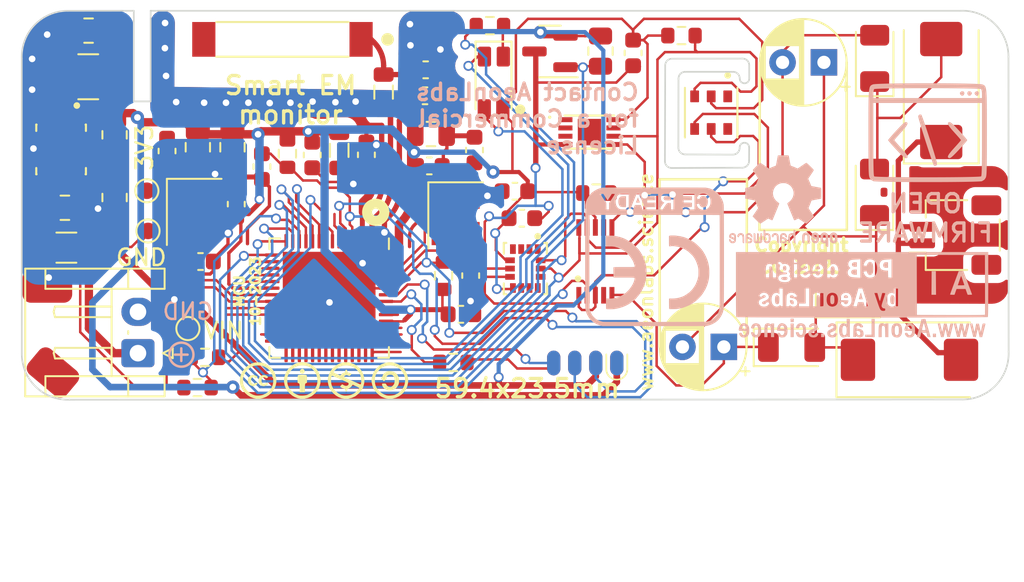
<source format=kicad_pcb>
(kicad_pcb (version 20221018) (generator pcbnew)
  (layers (0 "F.Cu" signal) (31 "B.Cu" signal) (34 "B.Paste" user) (35 "F.Paste" user) (36 "B.SilkS" user "B.Silkscreen") (37 "F.SilkS" user "F.Silkscreen") (38 "B.Mask" user) (39 "F.Mask" user) (44 "Edge.Cuts" user))
  (net 0 "")
  (net 1 "GNDD")
  (net 2 "3V3")
  (net 3 "GND")
  (net 4 "VIN")
  (net 5 "Net-(AUR1-SW)")
  (net 6 "Net-(AUR1-FB)")
  (net 7 "VIN_BATF")
  (net 8 "BAT_SENSE_IO21")
  (net 9 "CHIP_EN")
  (net 10 "Net-(ESP32S1-LNA_IN{slash}RF)")
  (net 11 "Net-(EC10-Pad1)")
  (net 12 "Net-(ESP32S1-GPIO16{slash}ADC2_CH5{slash}XTAL_32K_N)")
  (net 13 "VDD_SPI")
  (net 14 "Net-(ESP32S1-GPIO15{slash}ADC2_CH4{slash}XTAL_32K_P)")
  (net 15 "Net-(ESP32S1-XTAL_P)")
  (net 16 "Net-(ESP32S1-XTAL_N)")
  (net 17 "SPICS1")
  (net 18 "SPIQ")
  (net 19 "SPIWP")
  (net 20 "SPID")
  (net 21 "SPICLK")
  (net 22 "SPIHD")
  (net 23 "TXD0")
  (net 24 "Net-(ESP32S1-U0TXD{slash}PROG{slash}GPIO43)")
  (net 25 "ESP_GPIO0_BOOT-DTR")
  (net 26 "GPIO8_I2C_SDA")
  (net 27 "GPIO9_I2C_SCL")
  (net 28 "unconnected-(ESP32S1-GPIO11{slash}ADC2_CH0-Pad16)")
  (net 29 "USB_D-")
  (net 30 "USB_D+")
  (net 31 "SPICS0")
  (net 34 "PLUG_PWR_3V3_EN_IO38")
  (net 37 "unconnected-(ESP32S1-MTCK{slash}JTAG{slash}GPIO39-Pad44)")
  (net 38 "unconnected-(ESP32S1-MTDO{slash}JTAG{slash}GPIO40-Pad45)")
  (net 39 "unconnected-(ESP32S1-MTDI{slash}JTAG{slash}GPIO41-Pad47)")
  (net 40 "unconnected-(ESP32S1-MTMS{slash}JTAG{slash}GPIO42-Pad48)")
  (net 41 "RXD0")
  (net 43 "Net-(LED1-RA)")
  (net 44 "Net-(DMPprobeSS12_2-K)")
  (net 45 "Net-(SHJ1-Pin_1)")
  (net 46 "Net-(probeSS12_3-K)")
  (net 47 "unconnected-(ESP32S1-GPIO12{slash}ADC2_CH1-Pad17)")
  (net 48 "unconnected-(ESP32S1-GPIO13{slash}ADC2_CH2-Pad18)")
  (net 49 "unconnected-(ESP32S1-GPIO14{slash}ADC2_CH3-Pad19)")
  (net 50 "unconnected-(ESP32S1-GPIO17{slash}ADC2_CH6{slash}DAC_2-Pad23)")
  (net 51 "unconnected-(ESP32S1-GPIO18{slash}ADC2_CH7{slash}DAC_1-Pad24)")
  (net 52 "unconnected-(ESP32S1-GPIO21-Pad27)")
  (net 54 "unconnected-(ESP32S1-GPIO37-Pad42)")
  (net 55 "unconnected-(ESP32S1-GPIO38-Pad43)")
  (net 56 "IN_KTS1_ADS2_A+")
  (net 57 "IN_KTS1_ADS2_A-")
  (net 58 "Net-(probeSS12_1-K)")
  (net 61 "Net-(ANT1-Pad1)")
  (net 74 "BAT_SENSE_IO07")
  (net 75 "LED_B_IO02")
  (net 76 "LED_G_IO04")
  (net 77 "LED_R_IO05")
  (net 78 "PERIPHERALS_PWR_EN_IO06")
  (net 79 "ADS1155_ALERT_IO10")
  (footprint "Capacitor_Tantalum_SMD:CP_EIA-7343-31_Kemet-D" (layer "F.Cu") (at 191.7225 102.71)
    (fp_text reference "probeC2" hide)
    (fp_text value "C" hide)
  )
  (footprint "AeonLabs:aeon creative commons logos" (layer "F.Cu") (at 156.35 103.91)
    (fp_text reference "G***" hide)
    (fp_text value "LOGO" hide)
  )
  (footprint "Resistor_SMD:R_0603_1608Metric" (layer "F.Cu") (at 154.15 90.25 -90)
    (fp_text reference "ER1" hide)
    (fp_text value "10k" hide)
  )
  (footprint "TestPoint:TestPoint_Pad_D1.0mm" (layer "F.Cu") (at 145.73 94.92)
    (fp_text reference "TP2" hide)
    (fp_text value "GND" hide)
  )
  (footprint "AeonLabs_IC:ASD1155" (layer "F.Cu") (at 172.75 96.76)
    (fp_text reference "U1" hide)
    (fp_text value "ADS1115" hide)
  )
  (footprint "Resistor_SMD:R_0603_1608Metric" (layer "F.Cu") (at 149.17 102.56)
    (fp_text reference "BAT_SENSE_R2" hide)
    (fp_text value "100k" hide)
  )
  (footprint "Resistor_SMD:R_0603_1608Metric" (layer "F.Cu") (at 163.58 97.63 90)
    (fp_text reference "ER3" hide)
    (fp_text value "10k" hide)
  )
  (footprint "Capacitor_SMD:C_0603_1608Metric" (layer "F.Cu") (at 162.72 90.99 180)
    (fp_text reference "EC2" hide)
    (fp_text value "100nF" hide)
  )
  (footprint "Diode_SMD:D_1206_3216Metric" (layer "F.Cu") (at 189.62 84.49 90)
    (fp_text reference "DMPprobeSS12_2" hide)
    (fp_text value "ss12" hide)
  )
  (footprint "Connector_JST:JST_SH_SM02B-SRSS-TB_1x02-1MP_P1.00mm_Horizontal" (layer "F.Cu") (at 194.49 95.17 90)
    (fp_text reference "SHJ1" hide)
    (fp_text value "Screw_Terminal_01x02" hide)
  )
  (footprint "AeonLabs_RF_Antennas:AN9520_ANT2-SMD-9.5X2.1X1.0MM" (layer "F.Cu") (at 153.8495 83.34 180)
    (property "VALUE" "AN9520")
    (fp_text reference "ANT1" hide)
    (fp_text value "SMD-BUILT-IN-ANTENNA-2.4GHZ(2P-9.5X2.1MM)" hide)
  )
  (footprint "Capacitor_SMD:C_0805_2012Metric" (layer "F.Cu") (at 150.83 89.86 -90)
    (fp_text reference "EC7" hide)
    (fp_text value "10uF 20% 6.3V" hide)
  )
  (footprint "Capacitor_Tantalum_SMD:CP_EIA-7343-31_Kemet-D" (layer "F.Cu") (at 193.64 86.4325 90)
    (fp_text reference "probeC1" hide)
    (fp_text value "C")
  )
  (footprint "Capacitor_SMD:C_0603_1608Metric" (layer "F.Cu") (at 158.92 90.32 90)
    (fp_text reference "EC10" hide)
    (fp_text value "100nF 10% 16V" hide)
  )
  (footprint "Capacitor_SMD:C_0603_1608Metric" (layer "F.Cu") (at 155.65 90.33 -90)
    (fp_text reference "EC6" hide)
    (fp_text value "100nF 10% 16V" hide)
  )
  (footprint "Capacitor_SMD:C_0603_1608Metric" (layer "F.Cu") (at 148.9 96.77)
    (fp_text reference "EC14" hide)
    (fp_text value "22pF 5% 50V" hide)
  )
  (footprint "Connector_Wire:SolderWirePad_1x01_SMD_1x2mm" (layer "F.Cu") (at 139.65 98.26 90)
    (fp_text reference "REF**" hide)
    (fp_text value "SolderWirePad_1x01_SMD_1x2mm")
  )
  (footprint "Inductor_SMD:L_0805_2012Metric" (layer "F.Cu") (at 157.28 90.05 -90)
    (fp_text reference "L1" hide)
    (fp_text value "12nH 5%" hide)
  )
  (footprint "Capacitor_SMD:C_0805_2012Metric" (layer "F.Cu") (at 162.82 89.06 180)
    (fp_text reference "EC3" hide)
    (fp_text value "1uF 10% 50V" hide)
  )
  (footprint "Capacitor_SMD:C_0603_1608Metric" (layer "F.Cu") (at 167.89 92.52)
    (fp_text reference "EC13" hide)
    (fp_text value "100nF 10% 16V" hide)
  )
  (footprint "Resistor_SMD:R_0603_1608Metric" (layer "F.Cu") (at 148.72 104.39)
    (fp_text reference "BAT_SENSE_R1" hide)
    (fp_text value "100k" hide)
  )
  (footprint "Resistor_SMD:R_0603_1608Metric" (layer "F.Cu") (at 177.95 83.11)
    (fp_text reference "I2C_SCL_R2" hide)
    (fp_text value "10k" hide)
  )
  (footprint "Crystal:Crystal_SMD_3225-4Pin_3.2x2.5mm" (layer "F.Cu") (at 148.52 93.77 -90)
    (fp_text reference "ECY1" hide)
    (fp_text value "32.768Mhz 22pF+-10PPM" hide)
  )
  (footprint "AeonLabs_IC:LSM6DS3 PQFN50P300X250X86-14N" (layer "F.Cu") (at 168.52 97.195 -90)
    (fp_text reference "IMU1" hide)
    (fp_text value "LSM6DS3" hide)
  )
  (footprint "AeonLabs_IC:ATSHA204A-MAHDA-T UDFN-8" (layer "F.Cu") (at 172.39 88.945)
    (fp_text reference "U5" hide)
    (fp_text value "ATSHA204A-MAHDA-T")
  )
  (footprint "Diode_SMD:D_1206_3216Metric" (layer "F.Cu") (at 184.6 101.96)
    (fp_text reference "probeSS12_4" hide)
    (fp_text value "ss12" hide)
  )
  (footprint "Capacitor_SMD:C_0805_2012Metric_Pad1.18x1.45mm_HandSolder" (layer "F.Cu") (at 140.71 93.52)
    (fp_text reference "AUR_C2" hide)
    (fp_text value "4.7uF" hide)
  )
  (footprint "Capacitor_SMD:C_0603_1608Metric" (layer "F.Cu") (at 162.46 86.75)
    (fp_text reference "EC9" hide)
    (fp_text value "2.7pF" hide)
  )
  (footprint "Diode_SMD:D_1206_3216Metric" (layer "F.Cu") (at 188.35 99.01)
    (fp_text reference "probeSS12_3" hide)
    (fp_text value "ss12" hide)
  )
  (footprint "Capacitor_SMD:C_0603_1608Metric" (layer "F.Cu") (at 165.45 90.03 90)
    (fp_text reference "EC15" hide)
    (fp_text value "22pF 5% 50V" hide)
  )
  (footprint "Inductor_SMD:L_1210_3225Metric" (layer "F.Cu") (at 142.12 85.6 180)
    (fp_text reference "AUR_l1" hide)
    (fp_text value "3.3uF" hide)
  )
  (footprint "Package_DFN_QFN:QFN-56-1EP_7x7mm_P0.4mm_EP5.6x5.6mm" (layer "F.Cu") (at 156.67 98.98 -90)
    (fp_text reference "ESP32S1" hide)
    (fp_text value "ESP32-S3" hide)
  )
  (footprint "Capacitor_THT:CP_Radial_D5.0mm_P2.50mm" (layer "F.Cu") (at 186.555791 84.73 180)
    (fp_text reference "probeC4" hide)
    (fp_text value "C_Polarized" hide)
  )
  (footprint "Capacitor_SMD:C_0805_2012Metric_Pad1.18x1.45mm_HandSolder" (layer "F.Cu") (at 142.14 82.81 180)
    (fp_text reference "AUR_C1" hide)
    (fp_text value "22uF" hide)
  )
  (footprint "Resistor_SMD:R_0805_2012Metric_Pad1.20x1.40mm_HandSolder" (layer "F.Cu") (at 143.71 92.9 -90)
    (fp_text reference "AUR_R1" hide)
    (fp_text value "24k" hide)
  )
  (footprint "Capacitor_SMD:C_0603_1608Metric" (layer "F.Cu") (at 152.61 91.03 90)
    (fp_text reference "EC1" hide)
    (fp_text value "100nF" hide)
  )
  (footprint "Resistor_SMD:R_0603_1608Metric" (layer "F.Cu") (at 172.81 92.63 180)
    (fp_text reference "I2C_SDA_R2" hide)
    (fp_text value "10k" hide)
  )
  (footprint "Resistor_SMD:R_0603_1608Metric" (layer "F.Cu") (at 166.38 82.51)
    (fp_text reference "LR1" hide)
    (fp_text value "330R" hide)
  )
  (footprint "Resistor_SMD:R_0603_1608Metric" (layer "F.Cu") (at 164.17 102.87 180)
    (fp_text reference "ER2" hide)
    (fp_text value "499R" hide)
  )
  (footprint "Resistor_SMD:R_0805_2012Metric" (layer "F.Cu") (at 173.06 84.05 -90)
    (fp_text reference "MTRR1" hide)
    (fp_text value "10k" hide)
  )
  (footprint "Resistor_SMD:R_0805_2012Metric_Pad1.20x1.40mm_HandSolder" (layer "F.Cu") (at 143.71 89.11 -90)
    (fp_text reference "AUR_R2" hide)
    (fp_text value "75k" hide)
  )
  (footprint "Diode_SMD:D_1206_3216Metric" (layer "F.Cu") (at 189.61 92.58 90)
    (fp_text reference "probeSS12_1" hide)
    (fp_text value "ss12" hide)
  )
  (footprint "Connector_JST:JST_EH_S2B-EH_1x02_P2.50mm_Horizontal" (layer "F.Cu") (at 145.1225 102.31 90)
    (fp_text reference "PWR_PLUG1" hide)
    (fp_text value "Screw_Terminal_01x02" hide)
  )
  (footprint "Capacitor_SMD:C_0603_1608Metric" (layer "F.Cu") (at 164.63 99.96)
    (fp_text reference "EC11" hide)
    (fp_text value "100nF 10% 16V" hide)
  )
  (footprint "Capacitor_SMD:C_0603_1608Metric" (layer "F.Cu") (at 165.22 97.62 -90)
    (fp_text reference "EC17" hide)
    (fp_text value "22pF 5% 50V" hide)
  )
  (footprint "Capacitor_SMD:C_0603_1608Metric" (layer "F.Cu") (at 151.06 93.3 90)
    (fp_text reference "EC8" hide)
    (fp_text value "100nF 10% 16V" hide)
  )
  (footprint "AeonLabs_IC:AUR9718 ST1S09 SON95P300X300X100-7N" (layer "F.Cu") (at 140.48 89.995 -90)
    (fp_text reference "AUR1" hide)
    (fp_text value "AUR9718x_DFN_3x3mm_6_pin" hide)
  )
  (footprint "Capacitor_SMD:C_0603_1608Metric" (layer "F.Cu") (at 146.88 90.09 90)
    (fp_text reference "EC12" hide)
    (fp_text value "22pF 5% 50V" hide)
  )
  (footprint "AeonLabs_Sensors:AHT20 PSON100P300X300X110-6N" (layer "F.Cu") (at 179.745 87.770487 -90)
    (fp_text reference "U3" hide)
    (fp_text value "AHT20" hide)
  )
  (footprint "Capacitor_SMD:C_0603_1608Metric" (layer "F.Cu") (at 168.31 94.15)
    (fp_text reference "LSC1" hide)
    (fp_text value "100nF" hide)
  )
  (footprint "AeonLabs_Connectors:SOIC_clipProgSmall" (layer "F.Cu") (at 172.14 103.655)
    (fp_text reference "J2" hide)
    (fp_text value "Conn_01x07_Socket" hide)
  )
  (footprint "Connector_Wire:SolderWirePad_1x01_SMD_1x2mm" (layer "F.Cu") (at 139.99 103.48 90)
    (fp_text reference "REF**" hide)
    (fp_text value "SolderWirePad_1x01_SMD_1x2mm")
  )
  (footprint "Capacitor_SMD:C_0805_2012Metric" (layer "F.Cu") (at 148.74 89.86 -90)
    (fp_text reference "EC4" hide)
    (fp_text value "10uF 20% 6.3V" hide)
  )
  (footprint "TestPoint:TestPoint_Pad_D1.0mm" (layer "F.Cu") (at 148.14 100.82)
    (fp_text reference "TP3" hide)
    (fp_text value "VIN" hide)
  )
  (footprint "TestPoint:TestPoint_Pad_D1.0mm" (layer "F.Cu") (at 145.66 92.49)
    (fp_text reference "TP1" hide)
    (fp_text value "VOut" hide)
  )
  (footprint "Capacitor_SMD:C_0603_1608Metric" (layer "F.Cu") (at 162.5 85.18)
    (fp_text reference "EC5" hide)
    (fp_text value "2.7pF" hide)
  )
  (footprint "Inductor_SMD:L_0805_2012Metric" (layer "F.Cu") (at 159.96 86.53 -90)
    (fp_text reference "EL1" hide)
    (fp_text value "1.8nH 5%" hide)
  )
  (footprint "Capacitor_THT:CP_Radial_D5.0mm_P2.50mm" (layer "F.Cu") (at 180.51 101.93 180)
    (fp_text reference "probeC3" hide)
    (fp_text value "C_Polarized" hide)
  )
  (footprint "AeonLabs_Power:LED_1206_3210_RGB_Metric" (layer "F.Cu") (at 166.56 85.74 -90)
    (fp_text reference "LED1" hide)
    (fp_text value "LED_GBRC" hide)
  )
  (footprint "Capacitor_SMD:C_0603_1608Metric" (layer "F.Cu") (at 175.03 84.16 90)
    (fp_text reference "ATC1" hide)
    (fp_text value "100nF" hide)
  )
  (footprint "Fuse:Fuse_1206_3216Metric_Pad1.42x1.75mm_HandSolder" (layer "F.Cu") (at 140.8 95.93)
    (fp_text reference "BAT_FUSE1" hide)
    (fp_text value "Polyfuse" hide)
  )
  (footprint "Package_TO_SOT_SMD:SOT-23" (layer "F.Cu") (at 170.0075 84.07 180)
    (fp_text reference "MTRT1" hide)
    (fp_text value "NPN" hide)
  )
  (footprint "Crystal:Crystal_SMD_3225-4Pin_3.2x2.5mm" (layer "F.Cu") (at 164.31 93.98 -90)
    (fp_text reference "ECY2" hide)
    (fp_text value "40Mhz 22pF+-10PPM" hide)
  )
  (footprint "AeonLabs Logos:aeonlabs science" (layer "B.Cu") (at 188.859702 98.821553 180)
    (fp_text reference "G***" hide)
    (fp_text value "LOGO" hide)
  )
  (footprint "Symbol:OSHW-Logo2_7.3x6mm_SilkScreen" (layer "B.Cu") (at 184.1 93.11 180)
    (fp_text reference "REF**" hide)
    (fp_text value "OSHW-Logo2_7.3x6mm_SilkScreen" hide)
  )
  (footprint "AeonLabs Logosy:CE Ready Small Logo" (layer "B.Cu") (at 176.33 96.48 180)
    (fp_text reference "G***" hide)
    (fp_text value "LOGO" hide)
  )
  (footprint "AeonLabs Logos:open_firmware" (layer "B.Cu") (at 192.968172 89.936806 180)
    (fp_text reference "G***" hide)
    (fp_text value "LOGO" hide)
  )
  (gr_circle (center 147.746704 102.4) (end 147.146704 102.81) (stroke (width 0.15)) (fill none) (layer "B.SilkS"))
  (gr_line (start 182.685791 84.73) (end 182.660679 94.86) (stroke (width 0.15)) (layer "F.SilkS"))
  (gr_line (start 187.925791 84.73) (end 187.940679 94.86) (stroke (width 0.15)) (layer "F.SilkS"))
  (gr_circle (center 159.4825 93.79) (end 159.5025 94.011547) (stroke (width 0.6)) (fill none) (layer "F.SilkS"))
  (gr_line (start 187.940679 94.86) (end 182.660679 94.86) (stroke (width 0.15)) (layer "F.SilkS"))
  (gr_line (start 181.88 101.93) (end 181.905112 91.8) (stroke (width 0.15)) (layer "F.SilkS"))
  (gr_line (start 176.64 101.93) (end 176.625112 91.8) (stroke (width 0.15)) (layer "F.SilkS"))
  (gr_line (start 176.625112 91.8) (end 181.905112 91.8) (stroke (width 0.15)) (layer "F.SilkS"))
  (gr_arc (start 176.968969 84.937137) (mid 177.081645 84.633982) (end 177.378968 84.50665) (stroke (width 0.1)) (layer "Edge.Cuts"))
  (gr_line (start 140.886934 81.614775) (end 144.87 81.61) (stroke (width 0.1)) (layer "Edge.Cuts"))
  (gr_line (start 145.89 81.61) (end 194.82 81.61) (stroke (width 0.1)) (layer "Edge.Cuts"))
  (gr_line (start 140.986212 105.123151) (end 194.929726 105.109999) (stroke (width 0.1)) (layer "Edge.Cuts"))
  (gr_line (start 182.044315 84.90997) (end 182.044758 85.709968) (stroke (width 0.1)) (layer "Edge.Cuts"))
  (gr_line (start 144.87 87.09) (end 144.87 81.61) (stroke (width 0.1)) (layer "Edge.Cuts"))
  (gr_arc (start 140.986212 105.123151) (mid 138.95489 104.345204) (end 138.104415 102.343152) (stroke (width 0.1)) (layer "Edge.Cuts"))
  (gr_line (start 176.968969 84.937137) (end 176.951285 90.706145) (stroke (width 0.1)) (layer "Edge.Cuts"))
  (gr_line (start 177.763958 89.886545) (end 177.770001 85.730487) (stroke (width 0.1)) (layer "Edge.Cuts"))
  (gr_line (start 182.034113 90.666787) (end 182.038716 89.876544) (stroke (width 0.1)) (layer "Edge.Cuts"))
  (gr_arc (start 177.381772 91.116144) (mid 177.078671 91.003397) (end 176.951285 90.706145) (stroke (width 0.1)) (layer "Edge.Cuts"))
  (gr_line (start 181.054446 90.307031) (end 178.194445 90.296544) (stroke (width 0.1)) (layer "Edge.Cuts"))
  (gr_arc (start 181.613828 84.499971) (mid 181.916976 84.612657) (end 182.044315 84.90997) (stroke (width 0.1)) (layer "Edge.Cuts"))
  (gr_line (start 145.89 87.09) (end 144.87 87.09) (stroke (width 0.1)) (layer "Edge.Cuts"))
  (gr_line (start 181.613828 84.500489) (end 177.378968 84.50665) (stroke (width 0.1)) (layer "Edge.Cuts"))
  (gr_line (start 181.04 85.300487) (end 178.18 85.3) (stroke (width 0.1)) (layer "Edge.Cuts"))
  (gr_arc (start 182.044758 85.709968) (mid 181.757622 85.997101) (end 181.470487 85.709968) (stroke (width 0.1)) (layer "Edge.Cuts"))
  (gr_line (start 138.104415 102.343152) (end 138.106935 84.496572) (stroke (width 0.1)) (layer "Edge.Cuts"))
  (gr_arc (start 178.194445 90.296544) (mid 177.891295 90.183825) (end 177.763958 89.886545) (stroke (width 0.1)) (layer "Edge.Cuts"))
  (gr_arc (start 182.034113 90.666787) (mid 181.921259 90.969777) (end 181.624114 91.097274) (stroke (width 0.1)) (layer "Edge.Cuts"))
  (gr_arc (start 194.82 81.61) (mid 196.851331 82.387949) (end 197.701797 84.389999) (stroke (width 0.1)) (layer "Edge.Cuts"))
  (gr_arc (start 181.464445 89.876544) (mid 181.751581 89.589392) (end 182.038716 89.876544) (stroke (width 0.1)) (layer "Edge.Cuts"))
  (gr_line (start 197.709725 102.228202) (end 197.701797 84.389999) (stroke (width 0.1)) (layer "Edge.Cuts"))
  (gr_arc (start 197.709725 102.228202) (mid 196.931787 104.259531) (end 194.929726 105.109999) (stroke (width 0.1)) (layer "Edge.Cuts"))
  (gr_arc (start 181.04 85.299969) (mid 181.343103 85.412738) (end 181.470487 85.709968) (stroke (width 0.1)) (layer "Edge.Cuts"))
  (gr_line (start 145.89 81.61) (end 145.89 87.09) (stroke (width 0.1)) (layer "Edge.Cuts"))
  (gr_arc (start 181.464445 89.876544) (mid 181.351707 90.179672) (end 181.054446 90.307031) (stroke (width 0.1)) (layer "Edge.Cuts"))
  (gr_arc (start 138.106935 84.496572) (mid 138.884785 82.465151) (end 140.886934 81.614775) (stroke (width 0.1)) (layer "Edge.Cuts"))
  (gr_line (start 177.381772 91.116144) (end 181.624114 91.097274) (stroke (width 0.1)) (layer "Edge.Cuts"))
  (gr_arc (start 177.770001 85.730487) (mid 177.88272 85.427341) (end 178.18 85.3) (stroke (width 0.1)) (layer "Edge.Cuts"))
  (gr_text "Contact AeonLabs\nfor a Commercial\nLicense" (at 175.48 88.14) (layer "B.SilkS") (effects (font (size 1 1) (thickness 0.2)) (justify left mirror)))
  (gr_text "+" (at 148.456704 102.91) (layer "B.SilkS") (effects (font (size 1 1)) (justify left bottom mirror)))
  (gr_text "OPEN\nFIRMWARE" (at 192.68 94.15) (layer "B.SilkS") (effects (font (size 1.1 1.1) (thickness 0.2)) (justify mirror)))
  (gr_text "GND" (at 149.76 100.37) (layer "B.SilkS") (effects (font (size 1 1)) (justify left bottom mirror)))
  (gr_text "Smart EM\nmonitor" (at 154.34 87.01) (layer "F.SilkS") (effects (font (size 1.1 1.1) (thickness 0.2))))
  (gr_text "GND" (at 143.7 97.11) (layer "F.SilkS") (effects (font (size 1 1)) (justify left bottom)))
  (gr_text "3V3" (at 146.1 91.37 90) (layer "F.SilkS") (effects (font (size 1 1)) (justify left bottom)))
  (gr_text "MCU\n10-2023" (at 151.74 98.56 90) (layer "F.SilkS") (effects (font (size 0.6 0.6) (thickness 0.15) bold)))
  (gr_text "Copyright\nCC 2023" (at 185.19 96.42) (layer "F.SilkS") (effects (font (size 0.8 0.8) (thickness 0.2))))
  (gr_text "VIN" (at 149.02 101.54) (layer "F.SilkS") (effects (font (size 1 1)) (justify left bottom)))
  (gr_text "59.4x23.5mm" (at 168.63 104.44) (layer "F.SilkS") (effects (font (size 1.1 1.1) (thickness 0.2))))
  (gr_text "www.aeonlabs.science" (at 175.82 98 90) (layer "F.SilkS") (effects (font (size 0.8 0.8) (thickness 0.15) bold)))
  (segment (start 166.39 94.05) (end 166.07 94.37) (width 0.15) (layer "F.Cu") (net 1))
  (segment (start 180.47 91.92) (end 181.84 91.92) (width 0.15) (layer "F.Cu") (net 1))
  (segment (start 166.07 94.37) (end 166.07 98.74) (width 0.15) (layer "F.Cu") (net 1))
  (segment (start 169.15 85.95) (end 174.015 85.95) (width 0.15) (layer "F.Cu") (net 1))
  (segment (start 181.5 89.18) (end 181.13 89.55) (width 0.15) (layer "F.Cu") (net 1))
  (segment (start 169.15 84.15) (end 169.07 84.07) (width 0.32) (layer "F.Cu") (net 1))
  (segment (start 169.93 93.76) (end 169.54 94.15) (width 0.15) (layer "F.Cu") (net 1))
  (segment (start 172.75 98.81) (end 172.75 97.99) (width 0.15) (layer "F.Cu") (net 1))
  (segment (start 169.225 89.695) (end 169.14 89.61) (width 0.25) (layer "F.Cu") (net 1))
  (segment (start 169.14 91.11) (end 169.15 91.1) (width 0.32) (layer "F.Cu") (net 1))
  (segment (start 166.64 99.31) (end 171.75 99.31) (width 0.15) (layer "F.Cu") (net 1))
  (segment (start 176.3 97.6) (end 179.29 94.61) (width 0.15) (layer "F.Cu") (net 1))
  (segment (start 166.07 98.74) (end 166.64 99.31) (width 0.15) (layer "F.Cu") (net 1))
  (segment (start 180.06 89.55) (end 179.745 89.235) (width 0.15) (layer "F.Cu") (net 1))
  (segment (start 174.015 85.95) (end 175.03 84.935) (width 0.15) (layer "F.Cu") (net 1))
  (segment (start 175.44 84.985) (end 175.39 84.935) (width 0.15) (layer "F.Cu") (net 1))
  (segment (start 169.54 94.15) (end 169.085 94.15) (width 0.15) (layer "F.Cu") (net 1))
  (segment (start 171.75 98.81) (end 171.75 99.51) (width 0.15) (layer "F.Cu") (net 1))
  (segment (start 166.075 97.695) (end 166.07 97.69) (width 0.15) (layer "F.Cu") (net 1))
  (segment (start 182.62 89.52) (end 182.28 89.18) (width 0.15) (layer "F.Cu") (net 1))
  (segment (start 170.94 89.695) (end 169.225 89.695) (width 0.25) (layer "F.Cu") (net 1))
  (segment (start 181.13 89.55) (end 180.06 89.55) (width 0.15) (layer "F.Cu") (net 1))
  (segment (start 171.94 99.7) (end 172.56 99.7) (width 0.15) (layer "F.Cu") (net 1))
  (segment (start 181.84 91.92) (end 182.62 91.14) (width 0.15) (layer "F.Cu") (net 1))
  (segment (start 171.75 99.31) (end 171.75 98.81) (width 0.15) (layer "F.Cu") (net 1))
  (segment (start 172.56 99.7) (end 172.75 99.51) (width 0.15) (layer "F.Cu") (net 1))
  (segment (start 175.39 84.935) (end 175.03 84.935) (width 0.15) (layer "F.Cu") (net 1))
  (segment (start 173.14 97.6) (end 176.3 97.6) (width 0.15) (layer "F.Cu") (net 1))
  (segment (start 179.745 89.235) (end 179.745 88.755487) (width 0.15) (layer "F.Cu") (net 1))
  (segment (start 166.075 97.195) (end 166.07 97.19) (width 0.15) (layer "F.Cu") (net 1))
  (segment (start 167.595 97.195) (end 166.075 97.195) (width 0.15) (layer "F.Cu") (net 1))
  (segment (start 169.15 91.1) (end 169.15 84.15) (width 0.32) (layer "F.Cu") (net 1))
  (segment (start 171.75 99.51) (end 171.94 99.7) (width 0.15) (layer "F.Cu") (net 1))
  (segment (start 182.62 91.14) (end 182.62 89.52) (width 0.15) (layer "F.Cu") (net 1))
  (segment (start 167.595 97.695) (end 166.075 97.695) (width 0.15) (layer "F.Cu") (net 1))
  (segment (start 172.75 97.99) (end 173.14 97.6) (width 0.15) (layer "F.Cu") (net 1))
  (segment (start 169.93 93.4) (end 169.93 93.76) (width 0.15) (layer "F.Cu") (net 1))
  (segment (start 172.75 99.51) (end 172.75 98.81) (width 0.15) (layer "F.Cu") (net 1))
  (segment (start 182.28 89.18) (end 181.5 89.18) (width 0.15) (layer "F.Cu") (net 1))
  (via (at 166.33 94.03) (size 0.6) (drill 0.4) (layers "F.Cu" "B.Cu") (net 1))
  (via (at 180.47 91.92) (size 0.6) (drill 0.4) (layers "F.Cu" "B.Cu") (net 1))
  (via (at 179.35 94.69) (size 0.6) (drill 0.4) (layers "F.Cu" "B.Cu") (net 1))
  (via (at 169.93 93.4) (size 0.6) (drill 0.4) (layers "F.Cu" "B.Cu") (net 1))
  (via (at 169.14 91.11) (size 0.6) (drill 0.4) (layers "F.Cu" "B.Cu") (net 1))
  (segment (start 169.93 93.4) (end 168.06 93.4) (width 0.15) (layer "B.Cu") (net 1))
  (segment (start 179.35 94.69) (end 179.35 93.04) (width 0.15) (layer "B.Cu") (net 1))
  (segment (start 168.06 93.4) (end 167.33 94.13) (width 0.15) (layer "B.Cu") (net 1))
  (segment (start 179.35 93.04) (end 180.47 91.92) (width 0.15) (layer "B.Cu") (net 1))
  (segment (start 169.14 91.11) (end 169.14 93.4) (width 0.15) (layer "B.Cu") (net 1))
  (segment (start 166.43 94.13) (end 166.33 94.03) (width 0.15) (layer "B.Cu") (net 1))
  (segment (start 167.33 94.13) (end 166.43 94.13) (width 0.15) (layer "B.Cu") (net 1))
  (segment (start 167.293504 87.58) (end 167.293504 87.166496) (width 0.15) (layer "F.Cu") (net 2))
  (segment (start 160.887821 95.82875) (end 160.887821 94.513669) (width 0.51) (layer "F.Cu") (net 2))
  (segment (start 143.52 83.89) (end 143.52 83.1525) (width 0.5) (layer "F.Cu") (net 2))
  (segment (start 152.375821 89.07875) (end 152.375821 88.98875) (width 0.51) (layer "F.Cu") (net 2))
  (segment (start 174.575 88.195) (end 175.9 86.87) (width 0.15) (layer "F.Cu") (net 2))
  (segment (start 161.59 99.68) (end 163.4975 99.68) (width 0.3) (layer "F.Cu") (net 2))
  (segment (start 181.44 82.1) (end 175.68 82.1) (width 0.15) (layer "F.Cu") (net 2))
  (segment (start 152.463 93) (end 152.463 93.2195) (width 0.3) (layer "F.Cu") (net 2))
  (segment (start 175.9 83.62) (end 175.665 83.385) (width 0.15) (layer "F.Cu") (net 2))
  (segment (start 174.35 82.1) (end 175.03 82.78) (width 0.15) (layer "F.Cu") (net 2))
  (segment (start 167.77 98.37) (end 167.71 98.43) (width 0.15) (layer "F.Cu") (net 2))
  (segment (start 175.03 83.385) (end 175.655 83.385) (width 0.15) (layer "F.Cu") (net 2))
  (segment (start 175.03 82.78) (end 175.03 83.385) (width 0.15) (layer "F.Cu") (net 2))
  (segment (start 161.59 99.68) (end 161.59 99.95) (width 0.3) (layer "F.Cu") (net 2))
  (segment (start 167.95 86.51) (end 167.95 82.83) (width 0.15) (layer "F.Cu") (net 2))
  (segment (start 150.6125 98.12967) (end 150.6125 96.255686) (width 0.2) (layer "F.Cu") (net 2))
  (segment (start 163.8525 98.497) (end 163.5125 98.837) (width 0.15) (layer "F.Cu") (net 2))
  (segment (start 171.93 92.575) (end 168.72 92.575) (width 0.15) (layer "F.Cu") (net 2))
  (segment (start 144.83 87.8) (end 143.64 87.8) (width 0.5) (layer "F.Cu") (net 2))
  (segment (start 163.4975 99.68) (end 163.6675 99.85) (width 0.3) (layer "F.Cu") (net 2))
  (segment (start 152.375821 89.07875) (end 152.554571 88.9) (width 0.51) (layer "F.Cu") (net 2))
  (segment (start 160.103321 100.38875) (end 161.15125 100.38875) (width 0.15) (layer "F.Cu") (net 2))
  (segment (start 160.103321 96.78875) (end 160.685821 96.78875) (width 0.2) (layer "F.Cu") (net 2))
  (segment (start 173.84 88.195) (end 174.575 88.195) (width 0.15) (layer "F.Cu") (net 2))
  (segment (start 143.64 87.8) (end 143.52 87.92) (width 0.5) (layer "F.Cu") (net 2))
  (segment (start 150.6125 96.255686) (end 151.338 95.530186) (width 0.2) (layer "F.Cu") (net 2))
  (segment (start 150.86283 98.38) (end 150.6125 98.12967) (width 0.2) (layer "F.Cu") (net 2))
  (segment (start 172.75 94.085026) (end 172.194974 93.53) (width 0.15) (layer "F.Cu") (net 2))
  (segment (start 168.665 91.895) (end 168.665 92.52) (width 0.25) (layer "F.Cu") (net 2))
  (segment (start 160.887821 94.513669) (end 161.042006 94.359484) (width 0.51) (layer "F.Cu") (net 2))
  (segment (start 143.52 85.6) (end 143.52 88.03) (width 0.5) (layer "F.Cu") (net 2))
  (segment (start 182.83 83.49) (end 181.44 82.1) (width 0.15) (layer "F.Cu") (net 2))
  (segment (start 173.24 104.86) (end 174.045 104.055) (width 0.4) (layer "F.Cu") (net 2))
  (segment (start 161.15125 100.38875) (end 161.2425 100.2975) (width 0.15) (layer "F.Cu") (net 2))
  (segment (start 163.5125 98.837) (end 163.5125 100.075) (width 0.15) (layer "F.Cu") (net 2))
  (segment (start 175.9 86.87) (end 175.9 83.62) (width 0.15) (layer "F.Cu") (net 2))
  (segment (start 145.29 88.26) (end 145.29 92.44) (width 0.15) (layer "F.Cu") (net 2))
  (segment (start 160.974571 96.5) (end 160.9925 96.482071) (width 0.3) (layer "F.Cu") (net 2))
  (segment (start 167.71 98.43) (end 166.8 98.43) (width 0.15) (layer "F.Cu") (net 2))
  (segment (start 145.09 88.06) (end 144.83 87.8) (width 0.5) (layer "F.Cu") (net 2))
  (segment (start 172.75 94.71) (end 172.75 94.085026) (width 0.15) (layer "F.Cu") (net 2))
  (segment (start 147.99 88.35) (end 148.49 88.85) (width 0.5) (layer "F.Cu") (net 2))
  (segment (start 166.74 96.09) (end 167.345 96.695) (width 0.15) (layer "F.Cu") (net 2))
  (segment (start 179.745 86.785487) (end 179.745 87.205) (width 0.15) (layer "F.Cu") (net 2))
  (segment (start 151.338 94.061571) (end 151.345821 94.05375) (width 0.2) (layer "F.Cu") (net 2))
  (segment (start 143.52 88.03) (end 143.64 88.15) (width 0.5) (layer "F.Cu") (net 2))
  (segment (start 167.345 96.695) (end 167.595 96.695) (width 0.15) (layer "F.Cu") (net 2))
  (segment (start 143.52 83.1525) (end 143.1775 82.81) (width 0.5) (layer "F.Cu") (net 2))
  (segment (start 167.49 94.195) (end 166.74 94.945) (width 0.15) (layer "F.Cu") (net 2))
  (segment (start 145.29 92.44) (end 145.76 92.91) (width 0.15) (layer "F.Cu") (net 2))
  (segment (start 152.463 93.2195) (end 151.8075 93.875) (width 0.3) (layer "F.Cu") (net 2))
  (segment (start 174.045 104.055) (end 174.045 102.905) (width 0.4) (layer "F.Cu") (net 2))
  (segment (start 151.338 95.530186) (end 151.338 94.061571) (width 0.2) (layer "F.Cu") (net 2))
  (segment (start 182.83 86.99) (end 182.83 83.49) (width 0.15) (layer "F.Cu") (net 2))
  (segment (start 143.52 85.6) (end 143.52 83.89) (width 0.5) (layer "F.Cu") (net 2))
  (segment (start 179.745 87.205) (end 180.04 87.5) (width 0.15) (layer "F.Cu") (net 2))
  (segment (start 175.655 83.385) (end 175.93 83.11) (width 0.15) (layer "F.Cu") (net 2))
  (segment (start 175.665 83.385) (end 175.03 83.385) (width 0.15) (layer "F.Cu") (net 2))
  (segment (start 145.09 88.06) (end 145.29 88.26) (width 0.15) (layer "F.Cu") (net 2))
  (segment (start 172.194974 92.839974) (end 171.93 92.575) (width 0.15) (layer "F.Cu") (net 2))
  (segment (start 167.74 91.36) (end 167.74 88.383248) (width 0.15) (layer "F.Cu") (net 2))
  (segment (start 160.685821 96.78875) (end 160.974571 96.5) (width 0.2) (layer "F.Cu") (net 2))
  (segment (start 151.35 104.86) (end 173.24 104.86) (width 0.4) (layer "F.Cu") (net 2))
  (segment (start 148.90875 89.07875) (end 148.74 88.91) (width 0.51) (layer "F.Cu") (net 2))
  (segment (start 175.93 83.11) (end 177.065 83.11) (width 0.15) (layer "F.Cu") (net 2))
  (segment (start 150.85 104.36) (end 151.35 104.86) (width 0.4) (layer "F.Cu") (net 2))
  (segment (start 166.57 91.36) (end 168.13 91.36) (width 0.25) (layer "F.Cu") (net 2))
  (segment (start 168.13 91.36) (end 168.665 91.895) (width 0.25) (layer "F.Cu") (net 2))
  (segment (start 167.95 82.83) (end 168.68 82.1) (width 0.15) (layer "F.Cu") (net 2))
  (segment (start 161.59 99.95) (end 161.2425 100.2975) (width 0.3) (layer "F.Cu") (net 2))
  (segment (start 167.74 88.383248) (end 167.063504 87.706752) (width 0.15) (layer "F.Cu") (net 2))
  (segment (start 157.545 88.9) (end 157.5725 88.9275) (width 0.51) (layer "F.Cu") (net 2))
  (segment (start 148.49 88.85) (end 149.02 88.85) (width 0.5) (layer "F.Cu") (net 2))
  (segment (start 161.625821 93.07875) (end 161.625821 89.01875) (width 0.51) (layer "F.Cu") (net 2))
  (segment (start 180.04 87.5) (end 182.32 87.5) (width 0.15) (layer "F.Cu") (net 2))
  (segment (start 167.293504 87.166496) (end 167.95 86.51) (width 0.15) (layer "F.Cu") (net 2))
  (segment (start 168.68 82.1) (end 174.35 82.1) (width 0.15) (layer "F.Cu") (net 2))
  (segment (start 145.38 88.35) (end 147.99 88.35) (width 0.5) (layer "F.Cu") (net 2))
  (segment (start 153.228321 98.38) (end 150.86283 98.38) (width 0.2) (layer "F.Cu") (net 2))
  (segment (start 152.554571 88.9) (end 157.545 88.9) (width 0.51) (layer "F.Cu") (net 2))
  (segment (start 161.625821 89.01875) (end 161.835821 88.80875) (width 0.51) (layer "F.Cu") (net 2))
  (segment (start 172.194974 93.53) (end 172.194974 92.839974) (width 0.15) (layer "F.Cu") (net 2))
  (segment (start 151.8075 93.875) (end 151.3825 93.875) (width 0.3) (layer "F.Cu") (net 2))
  (segment (start 167.063504 87.706752) (end 167.063504 87.56) (width 0.15) (layer "F.Cu") (net 2))
  (segment (start 166.74 94.945) (end 166.74 96.09) (width 0.15) (layer "F.Cu") (net 2))
  (segment (start 175.03 82.75) (end 175.03 83.385) (width 0.15) (layer "F.Cu") (net 2))
  (segment (start 160.9925 96.482071) (end 160.9925 95.84) (width 0.3) (layer "F.Cu") (net 2))
  (segment (start 160.103321 96.38875) (end 160.875821 96.38875) (width 0.2) (layer "F.Cu") (net 2))
  (segment (start 168.72 92.575) (end 168.665 92.52) (width 0.15) (layer "F.Cu") (net 2))
  (segment (start 168.665 92.52) (end 167.49 93.695) (width 0.15) (layer "F.Cu") (net 2))
  (segment (start 152.375821 89.07875) (end 148.90875 89.07875) (width 0.51) (layer "F.Cu") (net 2))
  (segment (start 167.49 93.695) (end 167.49 94.195) (width 0.15) (layer "F.Cu") (net 2))
  (segment (start 175.68 82.1) (end 175.03 82.75) (width 0.15) (layer "F.Cu") (net 2))
  (segment (start 182.32 87.5) (end 182.83 86.99) (width 0.15) (layer "F.Cu") (net 2))
  (segment (start 145.09 88.06) (end 145.38 88.35) (width 0.5) (layer "F.Cu") (net 2))
  (via (at 166.8 98.43) (size 0.6) (drill 0.4) (layers "F.Cu" "B.Cu") (net 2))
  (via (at 161.59 99.68) (size 0.6) (drill 0.4) (layers "F.Cu" "B.Cu") (net 2))
  (via (at 150.85 104.36) (size 0.8) (drill 0.4) (layers "F.Cu" "B.Cu") (net 2))
  (via (at 161.8025 90.16) (size 0.8) (drill 0.4) (layers "F.Cu" "B.Cu") (net 2))
  (via (at 155.407 88.9) (size 0.7) (drill 0.4) (layers "F.Cu" "B.Cu") (net 2))
  (via (at 145.09 88.06) (size 0.8) (drill 0.4) (layers "F.Cu" "B.Cu") (net 2))
  (via (at 166.7 95.06) (size 0.6) (drill 0.4) (layers "F.Cu" "B.Cu") (net 2))
  (via (at 152.463 93) (size 0.6) (drill 0.4) (layers "F.Cu" "B.Cu") (net 2))
  (via (at 152.375821 89.07875) (size 0.8) (drill 0.4) (layers "F.Cu" "B.Cu") (net 2))
  (via (at 166.57 91.36) (size 0.8) (drill 0.4) (layers "F.Cu" "B.Cu") (net 2))
  (arc (start 161.042006 94.362005) (mid 161.4496 93.77301) (end 161.625821 93.07875) (width 0.51) (layer "F.Cu") (net 2))
  (segment (start 142.37 99.25) (end 142.37 103.29) (width 0.4) (layer "B.Cu") (net 2))
  (segment (start 156.395 88.955) (end 156.395 96.125) (width 0.5) (layer "B.Cu") (net 2))
  (segment (start 152.463 93) (end 152.463 89.165929) (width 0.51) (layer "B.Cu") (net 2))
  (segment (start 156.45 88.9) (end 156.395 88.955) (width 0.5) (layer "B.Cu") (net 2))
  (segment (start 145.29 88.26) (end 145.29 96.33) (width 0.4) (layer "B.Cu") (net 2))
  (segment (start 142.37 103.29) (end 143.44 104.36) (width 0.4) (layer "B.Cu") (net 2))
  (segment (start 166.78 98.41) (end 166.78 95.14) (width 0.15) (layer "B.Cu") (net 2))
  (segment (start 165.37 90.16) (end 161.8025 90.16) (width 0.32) (layer "B.Cu") (net 2))
  (segment (start 156.4525 88.8975) (end 156.4525 88.8375) (width 0.3) (layer "B.Cu") (net 2))
  (segment (start 156.45 88.9) (end 156.4525 88.8975) (width 0.3) (layer "B.Cu") (net 2))
  (segment (start 152.463 89.165929) (end 152.375821 89.07875) (width 0.51) (layer "B.Cu") (net 2))
  (segment (start 161.8025 90.1425) (end 161.8025 90.16) (width 0.51) (layer "B.Cu") (net 2))
  (segment (start 156.395 96.125) (end 159.95 99.68) (width 0.5) (layer "B.Cu") (net 2))
  (segment (start 159.95 99.68) (end 161.59 99.68) (width 0.5) (layer "B.Cu") (net 2))
  (segment (start 156.4525 88.8375) (end 156.41 88.795) (width 0.3) (layer "B.Cu") (net 2))
  (segment (start 155.407 88.9) (end 155.512 88.795) (width 0.51) (layer "B.Cu") (net 2))
  (segment (start 145.29 96.33) (end 142.37 99.25) (width 0.4) (layer "B.Cu") (net 2))
  (segment (start 145.09 88.06) (end 145.29 88.26) (width 0.4) (layer "B.Cu") (net 2))
  (segment (start 143.44 104.36) (end 150.85 104.36) (width 0.4) (layer "B.Cu") (net 2))
  (segment (start 155.512 88.795) (end 160.455 88.795) (width 0.51) (layer "B.Cu") (net 2))
  (segment (start 160.455 88.795) (end 161.8025 90.1425) (width 0.51) (layer "B.Cu") (net 2))
  (segment (start 155.407 88.9) (end 156.0725 88.9) (width 0.2) (layer "B.Cu") (net 2))
  (segment (start 166.8 98.43) (end 166.78 98.41) (width 0.15) (layer "B.Cu") (net 2))
  (segment (start 166.57 91.36) (end 165.37 90.16) (width 0.32) (layer "B.Cu") (net 2))
  (segment (start 166.78 95.14) (end 166.7 95.06) (width 0.15) (layer "B.Cu") (net 2))
  (segment (start 162.071414 93.418046) (end 162.180821 93.308639) (width 0.2) (layer "F.Cu") (net 3))
  (segment (start 149.59 91.66) (end 149.59 92.209907) (width 0.3) (layer "F.Cu") (net 3))
  (segment (start 166.755 92.88) (end 167.115 92.52) (width 0.15) (layer "F.Cu") (net 3))
  (segment (start 138.81 89.94) (end 139.2 89.94) (width 0.4) (layer "F.Cu") (net 3))
  (segment (start 139.64 83.05) (end 139.77 83.05) (width 0.4) (layer "F.Cu") (net 3))
  (segment (start 147.985821 95.09875) (end 147.985821 94.69875) (width 0.3) (layer "F.Cu") (net 3))
  (segment (start 138.73 86.38) (end 138.62 86.49) (width 0.4) (layer "F.Cu") (net 3))
  (segment (start 146.87 89.35) (end 146.87 89.285) (width 0.25) (layer "F.Cu") (net 3))
  (segment (start 158.01 91.96) (end 156.52 91.96) (width 0.15) (layer "F.Cu") (net 3))
  (segment (start 151.29 91.66) (end 151.29 92.355) (width 0.3) (layer "F.Cu") (net 3))
  (segment (start 163.311296 91.8) (end 163.567495 91.543801) (width 0.2) (layer "F.Cu") (net 3))
  (segment (start 139.77 83.05) (end 140.01 82.81) (width 0.4) (layer "F.Cu") (net 3))
  (segment (start 145.1225 99.81) (end 145.21 99.81) (width 0.4) (layer "F.Cu") (net 3))
  (segment (start 161.912928 94.464536) (end 161.972375 94.40235) (width 0.2) (layer "F.Cu") (net 3))
  (segment (start 158.27 87.83) (end 158.27 87.1) (width 0.32) (layer "F.Cu") (net 3))
  (segment (start 156.465821 97.513321) (end 156.465821 95.55125) (width 0.15) (layer "F.Cu") (net 3))
  (segment (start 151.01 91.66) (end 151.29 91.66) (width 0.3) (layer "F.Cu") (net 3))
  (segment (start 150.56 95.7425) (end 149.675 96.6275) (width 0.2) (layer "F.Cu") (net 3))
  (segment (start 138.62 86.49) (end 138.62 89.75) (width 0.4) (layer "F.Cu") (net 3))
  (segment (start 150.56 94.92) (end 150.56 95.7425) (width 0.2) (layer "F.Cu") (net 3))
  (segment (start 151.738 94.7445) (end 151.738 95.695872) (width 0.2) (layer "F.Cu") (net 3))
  (segment (start 170.9625 83.1375) (end 170.945 83.12) (width 0.15) (layer "F.Cu") (net 3))
  (segment (start 172.775 103.715) (end 172.23 104.26) (width 0.4) (layer "F.Cu") (net 3))
  (segment (start 160.103321 98.38875) (end 157.34125 98.38875) (width 0.15) (layer "F.Cu") (net 3))
  (segment (start 161.818714 94.55875) (end 161.912928 94.464536) (width 0.2) (layer "F.Cu") (net 3))
  (segment (start 143.04 93.9) (end 142.71 93.57) (width 0.4) (layer "F.Cu") (net 3))
  (segment (start 165.2175 99.85) (end 165.2175 100.3225) (width 0.2) (layer "F.Cu") (net 3))
  (segment (start 149.96 91.66) (end 151.01 91.66) (width 0.3) (layer "F.Cu") (net 3))
  (segment (start 161.750643 94.629687) (end 161.818714 94.55875) (width 0.2) (layer "F.Cu") (net 3))
  (segment (start 149.6 91.66) (end 149.78 91.48) (width 0.3) (layer "F.Cu") (net 3))
  (segment (start 149.59 91.66) (end 149.6 91.66) (width 0.3) (layer "F.Cu") (net 3))
  (segment (start 160.912495 92.428801) (end 160.912495 88.247505) (width 0.32) (layer "F.Cu") (net 3))
  (segment (start 172.1175 83.1375) (end 170.9625 83.1375) (width 0.15) (layer "F.Cu") (net 3))
  (segment (start 161.972375 94.40235) (end 162.071414 94.261688) (width 0.2) (layer "F.Cu") (net 3))
  (segment (start 149.485698 97.524302) (end 148.63 97.524302) (width 0.2) (layer "F.Cu") (net 3))
  (segment (start 158.13 92.08) (end 158.01 91.96) (width 0.15) (layer "F.Cu") (net 3))
  (segment (start 158.92 89.545) (end 158.92 88.6) (width 0.25) (layer "F.Cu") (net 3))
  (segment (start 163.8 88.25) (end 163.8 89.09) (width 0.32) (layer "F.Cu") (net 3))
  (segment (start 159.827645 92.450343) (end 159.84385 92.219708) (width 0.32) (layer "F.Cu") (net 3))
  (segment (start 163.7825 89.96) (end 163.567495 90.175005) (width 0.2) (layer "F.Cu") (net 3))
  (segment (start 172.13 83.15) (end 172.1175 83.1375) (width 0.15) (layer "F.Cu") (net 3))
  (segment (start 172.1425 83.1375) (end 172.13 83.15) (width 0.15) (layer "F.Cu") (net 3))
  (segment (start 152.465 91.66) (end 152.61 91.805) (width 0.3) (layer "F.Cu") (net 3))
  (segment (start 161.525821 95.871643) (end 161.525821 95.265857) (width 0.2) (layer "F.Cu") (net 3))
  (segment (start 150.63 102.82) (end 151.316637 102.133363) (width 0.15) (layer "F.Cu") (net 3))
  (segment (start 153.063 92.258) (end 153.063 93.4195) (width 0.2) (layer "F.Cu") (net 3))
  (segment (start 139.255 89.995) (end 140.48 89.995) (width 0.4) (layer "F.Cu") (net 3))
  (segment (start 161.525821 95.265857) (end 161.527818 95.167564) (width 0.2) (layer "F.Cu") (net 3))
  (segment (start 145.23 95.39) (end 145.47 95.39) (width 0.15) (layer "F.Cu") (net 3))
  (segment (start 149.675 96.77) (end 149.675 97.335) (width 0.2) (layer "F.Cu") (net 3))
  (segment (start 149.675 96.6275) (end 149.675 96.77) (width 0.2) (layer "F.Cu") (net 3))
  (segment (start 143.71 95.89) (end 144.73 95.89) (width 0.15) (layer "F.Cu") (net 3))
  (segment (start 149.02 90.75) (end 148.27 90.75) (width 0.25) (layer "F.Cu") (net 3))
  (segment (start 163.8 89.09) (end 163.965 89.255) (width 0.32) (layer "F.Cu") (net 3))
  (segment (start 139.2 89.94) (end 139.255 89.995) (width 0.4) (layer "F.Cu") (net 3))
  (segment (start 169.65 83.12) (end 170.945 83.12) (width 0.32) (layer "F.Cu") (net 3))
  (segment (start 169.43 82.9) (end 169.65 83.12) (width 0.32) (layer "F.Cu") (net 3))
  (segment (start 163.29 87.74) (end 163.8 88.25) (width 0.32) (layer "F.Cu") (net 3))
  (segment (start 138.73 84.52) (end 138.73 84.09) (width 0.4) (layer "F.Cu") (net 3))
  (segment (start 166.91 104.26) (end 166.91 103.66) (width 0.4) (layer "F.Cu") (net 3))
  (segment (start 148.27 90.75) (end 146.87 89.35) (width 0.25) (layer "F.Cu") (net 3))
  (segment (start 157.34125 98.38875) (end 156.465821 97.513321) (width 0.15) (layer "F.Cu") (net 3))
  (segment (start 161.527818 95.167564) (end 161.566179 94.974756) (width 0.2) (layer "F.Cu") (net 3))
  (segment (start 165.16 92.88) (end 166.755 92.88) (width 0.15) (layer "F.Cu") (net 3))
  (segment (start 160.912495 92.45267) (end 160.912495 92.724932) (width 0.32) (layer "F.Cu") (net 3))
  (segment (start 149.59 92.209907) (end 149.503264 92.296643) (width 0.3) (layer "F.Cu") (net 3))
  (segment (start 162.071414 94.261688) (end 162.071414 93.418046) (width 0.2) (layer "F.Cu") (net 3))
  (segment (start 150.035 102.82) (end 150.63 102.82) (width 0.15) (layer "F.Cu") (net 3))
  (segment (start 142.66 93.52) (end 141.7475 93.52) (width 0.4) (layer "F.Cu") (net 3))
  (segment (start 163.819995 89.168801) (end 165.084995 89.168801) (width 0.3) (layer "F.Cu") (net 3))
  (segment (start 156.52 91.96) (end 155.665 91.105) (width 0.15) (layer "F.Cu") (net 3))
  (segment (start 161.42 87.74) (end 163.29 87.74) (width 0.32) (layer "F.Cu") (net 3))
  (segment (start 153.063 93.4195) (end 151.738 94.7445) (width 0.2) (layer "F.Cu") (net 3))
  (segment (start 165.2125 99.8) (end 165.2125 98.38) (width 0.3) (layer "F.Cu") (net 3))
  (segment (start 173.06 83.1375) (end 172.1425 83.1375) (width 0.15) (layer "F.Cu") (net 3))
  (segment (start 163.567495 91.543801) (end 163.567495 90.998801) (width 0.2) (layer "F.Cu") (net 3))
  (segment (start 159.84385 88.54) (end 158.98 88.54) (width 0.32) (layer "F.Cu") (net 3))
  (segment (start 151.29 92.355) (end 151.32 92.385) (width 0.3) (layer "F.Cu") (net 3))
  (segment (start 172.23 104.26) (end 166.91 104.26) (width 0.4) (layer "F.Cu") (net 3))
  (segment (start 163.567495 90.175005) (end 163.567495 90.998801) (width 0.2) (layer "F.Cu") (net 3))
  (segment (start 140.01 82.81) (end 141.1025 82.81) (width 0.4) (layer "F.Cu") (net 3))
  (segment (start 143.71 95.89) (end 146.88 99.06) (width 0.4) (layer "F.Cu") (net 3))
  (segment (start 163.39 83.95) (end 163.29 84.05) (width 0.32) (layer "F.Cu") (net 3))
  (segment (start 151.01 90.99) (end 150.83 90.81) (width 0.3) (layer "F.Cu") (net 3))
  (segment (start 151.29 91.66) (end 152.465 91.66) (width 0.3) (layer "F.Cu") (net 3))
  (segment (start 144.73 95.89) (end 145.23 95.39) (width 0.15) (layer "F.Cu") (net 3))
  (segment (start 149.78 91.48) (end 149.96 91.66) (width 0.3) (layer "F.Cu") (net 3))
  (segment (start 138.73 84.09) (end 139.64 83.18) (width 0.4) (layer "F.Cu") (net 3))
  (segment (start 148.243274 99.06) (end 147.32 99.06) (width 0.4) (layer "F.Cu") (net 3))
  (segment (start 149.675 97.335) (end 149.485698 97.524302) (width 0.2) (layer "F.Cu") (net 3))
  (segment (start 159.84385 92.21875) (end 159.84385 89.986779) (width 0.32) (layer "F.Cu") (net 3))
  (segment (start 162.5825 91.8) (end 163.311296 91.8) (width 0.2) (layer "F.Cu") (net 3))
  (segment (start 161.641418 94.793137) (end 161.750643 94.629687) (width 0.2) (layer "F.Cu") (net 3))
  (segment (start 158.92 88.6) (end 158.98 88.54) (width 0.25) (layer "F.Cu") (net 3))
  (segment (start 160.330035 94.000442) (end 160.010355 94.320122) (width 0.32) (layer "F.Cu") (net 3))
  (segment (start 155.665 91.105) (end 155.65 91.105) (width 0.15) (layer "F.Cu") (net 3))
  (segment (start 160.912495 88.247505) (end 161.42 87.74) (width 0.32) (layer "F.Cu") (net 3))
  (segment (start 147.67 94.87) (end 147.67 94.62) (width 0.15) (layer "F.Cu") (net 3))
  (segment (start 140.48 88.56) (end 140.48 89.995) (width 0.4) (layer "F.Cu") (net 3))
  (segment (start 161.566179 94.974756) (end 161.641418 94.793137) (width 0.2) (layer "F.Cu") (net 3))
  (segment (start 143.71 93.9) (end 143.04 93.9) (width 0.4) (layer "F.Cu") (net 3))
  (segment (start 146.88 99.06) (end 147.32 99.06) (width 0.4) (layer "F.Cu") (net 3))
  (segment (start 162.180821 92.201679) (end 162.5825 91.8) (width 0.2) (layer "F.Cu") (net 3))
  (segment (start 162.180821 93.308639) (end 162.180821 92.201679) (width 0.2) (layer "F.Cu") (net 3))
  (segment (start 143.71 95.89) (end 143.71 93.9) (width 0.4) (layer "F.Cu") (net 3))
  (segment (start 142.71 93.57) (end 142.66 93.52) (width 0.4) (layer "F.Cu") (net 3))
  (segment (start 160.010355 94.320122) (end 160.010355 95.01) (width 0.32) (layer "F.Cu") (net 3))
  (segment (start 148.74 90.81) (end 149.59 91.66) (width 0.3) (layer "F.Cu") (net 3))
  (segment (start 159.760821 89.90375) (end 159.84385 89.986779) (width 0.2) (layer "F.Cu") (net 3))
  (segment (start 138.73 84.52) (end 138.73 86.38) (width 0.4) (layer "F.Cu") (net 3))
  (segment (start 172.775 102.905) (end 172.775 103.715) (width 0.4) (layer "F.Cu") (net 3))
  (segment (start 147.67 94.62) (end 149.37 92.92) (width 0.15) (layer "F.Cu") (net 3))
  (segment (start 153.443274 104.26) (end 151.316637 102.133363) (width 0.4) (layer "F.Cu") (net 3))
  (segment (start 149.37 92.92) (end 149.37 92.67) (width 0.15) (layer "F.Cu") (net 3))
  (segment (start 163.29 84.05) (end 163.29 87.74) (width 0.32) (layer "F.Cu") (net 3))
  (segment (start 158.98 88.54) (end 158.27 87.83) (width 0.32) (layer "F.Cu") (net 3))
  (segment (start 159.84385 89.986779) (end 159.84385 88.54) (width 0.32) (layer "F.Cu") (net 3))
  (segment (start 166.91 104.26) (end 153.443274 104.26) (width 0.4) (layer "F.Cu") (net 3))
  (segment (start 152.61 91.805) (end 153.063 92.258) (width 0.2) (layer "F.Cu") (net 3))
  (segment (start 151.01 91.66) (end 151.01 90.99) (width 0.3) (layer "F.Cu") (net 3))
  (segment (start 138.62 89.75) (end 138.81 89.94) (width 0.4) (layer "F.Cu") (net 3))
  (segment (start 139.64 83.18) (end 139.64 83.05) (width 0.4) (layer "F.Cu") (net 3))
  (segment (start 151.316637 102.133363) (end 148.243274 99.06) (width 0.4) (layer "F.Cu") (net 3))
  (segment (start 163.342495 94.848801) (end 165.142495 93.048801) (width 0.15) (layer "F.Cu") (net 3))
  (segment (start 163.7825 89.1) (end 163.7825 89.96) (width 0.2) (layer "F.Cu") (net 3))
  (segment (start 159.0425 89.69) (end 159.8575 89.69) (width 0.2) (layer "F.Cu") (net 3))
  (via (at 161.55 82.42) (size 0.8) (drill 0.4) (layers "F.Cu" "B.Cu") (net 3))
  (via (at 151.79 87.17) (size 0.8) (drill 0.4) (layers "F.Cu" "B.Cu") (net 3))
  (via (at 138.73 86.38) (size 0.8) (drill 0.4) (layers "F.Cu" "B.Cu") (net 3))
  (via (at 161.58 83.7) (size 0.8) (drill 0.4) (layers "F.Cu" "B.Cu") (net 3))
  (via (at 163.39 83.95) (size 0.8) (drill 0.4) (layers "F.Cu" "B.Cu") (net 3))
  (via (at 166.91 103.76) (size 0.6) (drill 0.4) (layers "F.Cu" "B.Cu") (net 3))
  (via (at 139.73 97.74) (size 0.8) (drill 0.4) (layers "F.Cu" "B.Cu") (net 3))
  (via (at 150.44 87.17) (size 0.8) (drill 0.4) (layers "F.Cu" "B.Cu") (net 3))
  (via (at 146.82 85.55) (size 0.8) (drill 0.4) (layers "F.Cu" "B.Cu") (net 3))
  (via (at 154.33 87.17) (size 0.8) (drill 0.4) (layers "F.Cu" "B.Cu") (net 3))
  (via (at 155.67 87.1) (size 0.8) (drill 0.4) (layers "F.Cu" "B.Cu") (net 3))
  (via (at 149.78 91.48) (size 0.8) (drill 0.4) (layers "F.Cu" "B.Cu") (net 3))
  (via (at 158.13 92.08) (size 0.6) (drill 0.4) (layers "F.Cu" "B.Cu") (net 3))
  (via (at 166.23 92.8) (size 0.6) (drill 0.4) (layers "F.Cu" "B.Cu") (net 3))
  (via (at 138.81 89.94) (size 0.8) (drill 0.4) (layers "F.Cu" "B.Cu") (net 3))
  (via (at 157.05 87.14) (size 0.8) (drill 0.4) (layers "F.Cu" "B.Cu") (net 3))
  (via (at 158.69 96.87) (size 0.8) (drill 0.4) (layers "F.Cu" "B.Cu") (net 3))
  (via (at 159.52 89.72) (size 0.6) (drill 0.4) (layers "F.Cu" "B.Cu") (net 3))
  (via (at 165.21 99.16) (size 0.6) (drill 0.4) (layers "F.Cu" "B.Cu") (net 3))
  (via (at 160.010355 95.01) (size 0.6) (drill 0.4) (layers "F.Cu" "B.Cu") (net 3))
  (via (at 169.43 82.9) (size 0.8) (drill 0.4) (layers "F.Cu" "B.Cu") (net 3))
  (via (at 146.76 82.35) (size 0.8) (drill 0.4) (layers "F.Cu" "B.Cu") (net 3))
  (via (at 150.56 95.04) (size 0.6) (drill 0.4) (layers "F.Cu" "B.Cu") (net 3))
  (via (at 147.32 99.06) (size 0.8) (drill 0.4) (layers "F.Cu" "B.Cu") (net 3))
  (via (at 142.71 93.57) (size 0.8) (drill 0.4) (layers "F.Cu" "B.Cu") (net 3))
  (via (at 147.43 87.13) (size 0.8) (drill 0.4) (layers "F.Cu" "B.Cu") (net 3))
  (via (at 156.69 99.24) (size 0.8) (drill 0.4) (layers "F.Cu" "B.Cu") (net 3))
  (via (at 146.75 83.87) (size 0.8) (drill 0.4) (layers "F.Cu" "B.Cu") (net 3))
  (via (at 149.12 87.17) (size 0.8) (drill 0.4) (layers "F.Cu" "B.Cu") (net 3))
  (via (at 158.27 87.1) (size 0.8) (drill 0.4) (layers "F.Cu" "B.Cu") (net 3))
  (via (at 153.08 87.19) (size 0.8) (drill 0.4) (layers "F.Cu" "B.Cu") (net 3))
  (via (at 139.64 83.05) (size 0.8) (drill 0.4) (layers "F.Cu" "B.Cu") (net 3))
  (via (at 138.73 84.52) (size 0.8) (drill 0.4) (layers "F.Cu" "B.Cu") (net 3))
  (arc (start 160.330035 94.002963) (mid 160.737549 93.414164) (end 160.91385 92.719708) (width 0.32) (layer "F.Cu") (net 3))
  (arc (start 159.423332 93.339122) (mid 159.705615 92.931183) (end 159.827645 92.450343) (width 0.32) (layer "F.Cu") (net 3))
  (segment (start 163.39 83.95) (end 163.3 83.95) (width 0.32) (layer "B.Cu") (net 3))
  (segment (start 171.42 99.43) (end 173.23 97.62) (width 0.25) (layer "B.Cu") (net 3))
  (segment (start 163.39 83.86) (end 163.39 83.95) (width 0.32) (layer "B.Cu") (net 3))
  (segment (start 166.91 103.76) (end 166.91 102.966116) (width 0.25) (layer "B.Cu") (net 3))
  (segment (start 172.12 82.9) (end 169.43 82.9) (width 0.25) (layer "B.Cu") (net 3))
  (segment (start 146.52 99.81) (end 147.27 99.06) (width 0.4) (layer "B.Cu") (net 3))
  (segment (start 159.5525 89.865026) (end 159.5525 89.55) (width 0.15) (layer "B.Cu") (net 3))
  (segment (start 173.23 84.01) (end 172.12 82.9) (width 0.25) (layer "B.Cu") (net 3))
  (segment (start 160.010355 95.01) (end 160.010355 95.644216) (width 0.4) (layer "B.Cu") (net 3))
  (segment (start 169.4 82.87) (end 164.38 82.87) (width 0.32) (layer "B.Cu") (net 3))
  (segment (start 160.010355 95.644216) (end 158.784572 96.87) (width 0.4) (layer "B.Cu") (net 3))
  (segment (start 147.27 99.06) (end 147.32 99.06) (width 0.4) (layer "B.Cu") (net 3))
  (segment (start 150.56 95.04) (end 150.48 95.04) (width 0.15) (layer "B.Cu") (net 3))
  (segment (start 165.21 93.86) (end 166.18 92.89) (width 0.15) (layer "B.Cu") (net 3))
  (segment (start 150.48 95.04) (end 149.17 93.73) (width 0.15) (layer "B.Cu") (net 3))
  (segment (start 145.1225 99.81) (end 146.52 99.81) (width 0.4) (layer "B.Cu") (net 3))
  (segment (start 158.13 92.08) (end 158.13 91.287526) (width 0.15) (layer "B.Cu") (net 3))
  (segment (start 149.17 93.73) (end 149.78 93.12) (width 0.4) (layer "B.Cu") (net 3))
  (segment (start 170.446116 99.43) (end 171.42 99.43) (width 0.25) (layer "B.Cu") (net 3))
  (segment (start 158.784572 96.87) (end 158.69 96.87) (width 0.4) (layer "B.Cu") (net 3))
  (segment (start 149.78 93.12) (end 149.78 91.48) (width 0.4) (layer "B.Cu") (net 3))
  (segment (start 147.32 99.06) (end 147.32 95.58) (width 0.4) (layer "B.Cu") (net 3))
  (segment (start 166.91 102.966116) (end 170.446116 99.43) (width 0.25) (layer "B.Cu") (net 3))
  (segment (start 147.32 95.58) (end 149.17 93.73) (width 0.4) (layer "B.Cu") (net 3))
  (segment (start 169.43 82.9) (end 169.4 82.87) (width 0.32) (layer "B.Cu") (net 3))
  (segment (start 163.3 83.95) (end 163.39 83.86) (width 0.32) (layer "B.Cu") (net 3))
  (segment (start 173.23 97.62) (end 173.23 84.01) (width 0.25) (layer "B.Cu") (net 3))
  (segment (start 158.13 91.287526) (end 159.5525 89.865026) (width 0.15) (layer "B.Cu") (net 3))
  (segment (start 165.21 99.16) (end 165.21 93.86) (width 0.15) (layer "B.Cu") (net 3))
  (segment (start 164.38 82.87) (end 163.39 83.86) (width 0.32) (layer "B.Cu") (net 3))
  (segment (start 139.6725 94.8275) (end 139.6725 93.52) (width 0.5) (layer "F.Cu") (net 4))
  (segment (start 140.98 96.82) (end 139.8 96.82) (width 0.15) (layer "F.Cu") (net 4))
  (segment (start 139.92 92.27) (end 139.53 91.88) (width 0.4) (layer "F.Cu") (net 4))
  (segment (start 139.8 96.82) (end 139.3125 96.3325) (width 0.15) (layer "F.Cu") (net 4))
  (segment (start 140.48 92.24) (end 140.45 92.27) (width 0.4) (layer "F.Cu") (net 4))
  (segment (start 141.24 92.27) (end 140.45 92.27) (width 0.4) (layer "F.Cu") (net 4))
  (segment (start 140.15 92.27) (end 140.05 92.37) (width 0.4) (layer "F.Cu") (net 4))
  (segment (start 148.3 100.98) (end 148.28 100.96) (width 0.15) (layer "F.Cu") (net 4))
  (segment (start 140.05 93.1425) (end 139.6725 93.52) (width 0.4) (layer "F.Cu") (net 4))
  (segment (start 141.635 101.035) (end 141.635 97.475) (width 0.15) (layer "F.Cu") (net 4))
  (segment (start 140.48 91.43) (end 140.48 92.24) (width 0.4) (layer "F.Cu") (net 4))
  (segment (start 140.45 92.27) (end 139.92 92.27) (width 0.4) (layer "F.Cu") (net 4))
  (segment (start 146.85 104.39) (end 144.99 104.39) (width 0.15) (layer "F.Cu") (net 4))
  (segment (start 141.43 91.43) (end 141.43 92.08) (width 0.4) (layer "F.Cu") (net 4))
  (segment (start 139.53 91.88) (end 139.53 91.43) (width 0.4) (layer "F.Cu") (net 4))
  (segment (start 147.895 104.39) (end 146.85 104.39) (width 0.15) (layer "F.Cu") (net 4))
  (segment (start 140.05 92.37) (end 140.05 93.1425) (width 0.4) (layer "F.Cu") (net 4))
  (segment (start 139.3125 95.1875) (end 139.6725 94.8275) (width 0.5) (layer "F.Cu") (net 4))
  (segment (start 147.67 101.09) (end 148.3 101.09) (width 0.15) (layer "F.Cu") (net 4))
  (segment (start 141.43 92.08) (end 141.24 92.27) (width 0.4) (layer "F.Cu") (net 4))
  (segment (start 146.85 104.39) (end 146.85 101.91) (width 0.15) (layer "F.Cu") (net 4))
  (segment (start 144.99 104.39) (end 141.635 101.035) (width 0.15) (layer "F.Cu") (net 4))
  (segment (start 146.85 101.91) (end 147.67 101.09) (width 0.15) (layer "F.Cu") (net 4))
  (segment (start 139.3125 96.3325) (end 139.3125 95.93) (width 0.15) (layer "F.Cu") (net 4))
  (segment (start 141.635 97.475) (end 140.98 96.82) (width 0.15) (layer "F.Cu") (net 4))
  (segment (start 139.3125 95.93) (end 139.3125 95.1875) (width 0.5) (layer "F.Cu") (net 4))
  (segment (start 148.3 101.09) (end 148.3 100.98) (width 0.15) (layer "F.Cu") (net 4))
  (segment (start 140.72 86.49) (end 140.72 85.6) (width 0.5) (layer "F.Cu") (net 5))
  (segment (start 139.52 87.69) (end 140.72 86.49) (width 0.5) (layer "F.Cu") (net 5))
  (segment (start 139.53 88.56) (end 139.52 88.55) (width 0.4) (layer "F.Cu") (net 5))
  (segment (start 139.52 87.86) (end 139.52 87.69) (width 0.5) (layer "F.Cu") (net 5))
  (segment (start 139.52 88.55) (end 139.52 87.86) (width 0.4) (layer "F.Cu") (net 5))
  (segment (start 142.79 91.01) (end 142.48 90.7) (width 0.15) (layer "F.Cu") (net 6))
  (segment (start 142.12 88.56) (end 141.43 88.56) (width 0.15) (layer "F.Cu") (net 6))
  (segment (start 143.71 90.11) (end 143.71 91.01) (width 0.15) (layer "F.Cu") (net 6))
  (segment (start 143.71 91.01) (end 142.79 91.01) (width 0.15) (layer "F.Cu") (net 6))
  (segment (start 142.48 88.92) (end 142.12 88.56) (width 0.15) (layer "F.Cu") (net 6))
  (segment (start 142.48 90.7) (end 142.48 88.92) (width 0.15) (layer "F.Cu") (net 6))
  (segment (start 143.71 91.01) (end 143.71 91.9) (width 0.15) (layer "F.Cu") (net 6))
  (segment (start 142.16 100.8) (end 142.16 96.0575) (width 0.5) (layer "F.Cu") (net 7))
  (segment (start 142.16 96.0575) (end 142.2875 95.93) (width 0.5) (layer "F.Cu") (net 7))
  (segment (start 145.1225 102.31) (end 143.67 102.31) (width 0.5) (layer "F.Cu") (net 7))
  (segment (start 143.67 102.31) (end 142.16 100.8) (width 0.5) (layer "F.Cu") (net 7))
  (segment (start 156.9925 94.6) (end 157.265821 94.873321) (width 0.15) (layer "F.Cu") (net 8))
  (segment (start 156.9925 93.9) (end 156.9925 94.6) (width 0.15) (layer "F.Cu") (net 8))
  (segment (start 157.265821 94.873321) (end 157.265821 95.55125) (width 0.15) (layer "F.Cu") (net 8))
  (segment (start 163.51 101.74) (end 165.78 101.74) (width 0.15) (layer "F.Cu") (net 9))
  (segment (start 153.135 90.255) (end 153.955 91.075) (width 0.15) (layer "F.Cu") (net 9))
  (segment (start 154.15 91.075) (end 154.295 91.075) (width 0.15) (layer "F.Cu") (net 9))
  (segment (start 169.75 100.19) (end 170.16 100.6) (width 0.15) (layer "F.Cu") (net 9))
  (segment (start 157.917 94.534551) (end 158.065821 94.683372) (width 0.15) (layer "F.Cu") (net 9))
  (segment (start 167.33 100.19) (end 169.75 100.19) (width 0.15) (layer "F.Cu") (net 9))
  (segment (start 154.295 91.075) (end 155.09 91.87) (width 0.15) (layer "F.Cu") (net 9))
  (segment (start 155.935026 91.87) (end 156.375026 92.31) (width 0.15) (layer "F.Cu") (net 9))
  (segment (start 155.09 91.87) (end 155.935026 91.87) (width 0.15) (layer "F.Cu") (net 9))
  (segment (start 157.917 92.897) (end 157.917 94.534551) (width 0.15) (layer "F.Cu") (net 9))
  (segment (start 152.61 90.255) (end 153.135 90.255) (width 0.15) (layer "F.Cu") (net 9))
  (segment (start 163.05 101.28) (end 163.51 101.74) (width 0.15) (layer "F.Cu") (net 9))
  (segment (start 165.78 101.74) (end 167.33 100.19) (width 0.15) (layer "F.Cu") (net 9))
  (segment (start 157.33 92.31) (end 157.917 92.897) (width 0.15) (layer "F.Cu") (net 9))
  (segment (start 158.065821 94.683372) (end 158.065821 95.55125) (width 0.15) (layer "F.Cu") (net 9))
  (segment (start 163.05 100.9) (end 163.05 101.28) (width 0.15) (layer "F.Cu") (net 9))
  (segment (start 156.375026 92.31) (end 157.33 92.31) (width 0.15) (layer "F.Cu") (net 9))
  (segment (start 153.955 91.075) (end 154.15 91.075) (width 0.15) (layer "F.Cu") (net 9))
  (via (at 157.917 94.05) (size 0.6) (drill 0.4) (layers "F.Cu" "B.Cu") (net 9))
  (via (at 170.16 100.6) (size 0.6) (drill 0.4) (layers "F.Cu" "B.Cu") (net 9))
  (via (at 163.05 100.9) (size 0.6) (drill 0.4) (layers "F.Cu" "B.Cu") (net 9))
  (segment (start 175.76 101.5) (end 174.99 100.73) (width 0.15) (layer "B.Cu") (net 9))
  (segment (start 160.22 94.05) (end 157.917 94.05) (width 0.15) (layer "B.Cu") (net 9))
  (segment (start 162.145 97.51) (end 161.75 97.115) (width 0.15) (layer "B.Cu") (net 9))
  (segment (start 172.775 102.905) (end 172.775 103.815) (width 0.15) (layer "B.Cu") (net 9))
  (segment (start 170.29 100.73) (end 170.16 100.6) (width 0.15) (layer "B.Cu") (net 9))
  (segment (start 175.76 104.01) (end 175.76 101.5) (width 0.15) (layer "B.Cu") (net 9))
  (segment (start 163.05 100.9) (end 163.1645 100.7855) (width 0.15) (layer "B.Cu") (net 9))
  (segment (start 161.75 95.58) (end 160.22 94.05) (width 0.15) (layer "B.Cu") (net 9))
  (segment (start 175.15 104.62) (end 175.76 104.01) (width 0.15) (layer "B.Cu") (net 9))
  (segment (start 172.775 103.815) (end 173.58 104.62) (width 0.15) (layer "B.Cu") (net 9))
  (segment (start 163.1645 97.8345) (end 162.84 97.51) (width 0.15) (layer "B.Cu") (net 9))
  (segment (start 162.84 97.51) (end 162.145 97.51) (width 0.15) (layer "B.Cu") (net 9))
  (segment (start 174.99 100.73) (end 170.29 100.73) (width 0.15) (layer "B.Cu") (net 9))
  (segment (start 173.58 104.62) (end 175.15 104.62) (width 0.15) (layer "B.Cu") (net 9))
  (segment (start 161.75 97.115) (end 161.75 95.58) (width 0.15) (layer "B.Cu") (net 9))
  (segment (start 163.1645 100.7855) (end 163.1645 97.8345) (width 0.15) (layer "B.Cu") (net 9))
  (segment (start 159.2725 95.55125) (end 159.2725 94.60875) (width 0.2) (layer "F.Cu") (net 10))
  (segment (start 160.339675 92.74517) (end 160.373866 92.485495) (width 0.32) (layer "F.Cu") (net 10))
  (segment (start 160.171649 93.240139) (end 160.271883 92.998161) (width 0.32) (layer "F.Cu") (net 10))
  (segment (start 160.375821 88.64) (end 160.375821 87.634179) (width 0.32) (layer "F.Cu") (net 10))
  (segment (start 160.373866 92.485495) (end 160.375821 92.354537) (width 0.32) (layer "F.Cu") (net 10))
  (segment (start 160.375821 88.64) (end 160.375821 87.394179) (width 0.32) (layer "F.Cu") (net 10))
  (segment (start 161.26 86.75) (end 161.685 86.75) (width 0.32) (layer "F.Cu") (net 10))
  (segment (start 159.881244 93.674756) (end 160.040689 93.466964) (width 0.32) (layer "F.Cu") (net 10))
  (segment (start 159.36668 94.189584) (end 159.790035 93.766229) (width 0.32) (layer "F.Cu") (net 10))
  (segment (start 160.040689 93.466964) (end 160.171649 93.240139) (width 0.32) (layer "F.Cu") (net 10))
  (segment (start 160.375821 92.354537) (end 160.375821 88.64) (width 0.32) (layer "F.Cu") (net 10))
  (segment (start 159.265821 94.60875) (end 159.265821 94.495857) (width 0.32) (layer "F.Cu") (net 10))
  (segment (start 160.375821 87.394179) (end 160.39 87.38) (width 0.32) (layer "F.Cu") (net 10))
  (segment (start 159.790035 93.76875) (end 159.881244 93.674756) (width 0.32) (layer "F.Cu") (net 10))
  (segment (start 160.271883 92.998161) (end 160.339675 92.74517) (width 0.32) (layer "F.Cu") (net 10))
  (segment (start 160.375821 87.634179) (end 161.26 86.75) (width 0.32) (layer "F.Cu") (net 10))
  (arc (start 159.265821 94.495857) (mid 159.292354 94.335136) (end 159.36668 94.189584) (width 0.32) (layer "F.Cu") (net 10))
  (segment (start 159.167749 92.610341) (end 159.110322 92.736589) (width 0.51) (layer "F.Cu") (net 11))
  (segment (start 159.110322 92.736589) (end 159.027957 92.855627) (width 0.51) (layer "F.Cu") (net 11))
  (segment (start 158.798044 93.095468) (end 158.715821 93.177691) (width 0.51) (layer "F.Cu") (net 11))
  (segment (start 158.674571 91.1825) (end 159.2025 91.710429) (width 0.51) (layer "F.Cu") (net 11))
  (segment (start 158.865821 94.84875) (end 158.675821 94.65875) (width 0.2) (layer "F.Cu") (net 11))
  (segment (start 159.2025 91.710429) (end 159.2025 92.473393) (width 0.51) (layer "F.Cu") (net 11))
  (segment (start 159.027957 92.855627) (end 158.798044 93.095468) (width 0.51) (layer "F.Cu") (net 11))
  (segment (start 158.8725 95.55125) (end 158.8725 94.855429) (width 0.2) (layer "F.Cu") (net 11))
  (segment (start 158.675821 93.82875) (end 158.715821 93.78875) (width 0.3) (layer "F.Cu") (net 11))
  (segment (start 158.715821 93.177691) (end 158.715821 93.78875) (width 0.51) (layer "F.Cu") (net 11))
  (segment (start 158.8725 94.855429) (end 158.865821 94.84875) (width 0.2) (layer "F.Cu") (net 11))
  (segment (start 157.7 91.1825) (end 158.674571 91.1825) (width 0.51) (layer "F.Cu") (net 11))
  (segment (start 158.675821 94.65875) (end 158.675821 93.82875) (width 0.3) (layer "F.Cu") (net 11))
  (segment (start 158.4725 94.862071) (end 158.4725 94.86875) (width 0.2) (layer "F.Cu") (net 11))
  (segment (start 158.675821 94.65875) (end 158.4725 94.862071) (width 0.2) (layer "F.Cu") (net 11))
  (segment (start 159.2025 92.473393) (end 159.167749 92.610341) (width 0.51) (layer "F.Cu") (net 11))
  (segment (start 158.4725 94.86875) (end 158.4725 95.55125) (width 0.2) (layer "F.Cu") (net 11))
  (segment (start 146.87 91.66) (end 147.935821 92.725821) (width 0.4) (layer "F.Cu") (net 12))
  (segment (start 146.69 93.74) (end 147.96 92.47) (width 0.15) (layer "F.Cu") (net 12))
  (segment (start 147.935821 92.725821) (end 147.935821 92.84875) (width 0.4) (layer "F.Cu") (net 12))
  (segment (start 150.646276 99.18875) (end 149.787526 98.33) (width 0.15) (layer "F.Cu") (net 12))
  (segment (start 146.87 90.835) (end 146.87 91.66) (width 0.4) (layer "F.Cu") (net 12))
  (segment (start 148.185026 98.33) (end 146.69 96.834974) (width 0.15) (layer "F.Cu") (net 12))
  (segment (start 149.787526 98.33) (end 148.185026 98.33) (width 0.15) (layer "F.Cu") (net 12))
  (segment (start 146.69 96.834974) (end 146.69 93.74) (width 0.15) (layer "F.Cu") (net 12))
  (segment (start 153.228321 99.18875) (end 150.646276 99.18875) (width 0.15) (layer "F.Cu") (net 12))
  (segment (start 147.96 92.47) (end 148.1925 92.47) (width 0.15) (layer "F.Cu") (net 12))
  (segment (start 147.8225 97.4725) (end 147.8225 96.579515) (width 0.15) (layer "F.Cu") (net 14))
  (segment (start 149.817713 94.789302) (end 148.177713 96.429302) (width 0.15) (layer "F.Cu") (net 14))
  (segment (start 148.249302 97.899302) (end 147.8225 97.4725) (width 0.15) (layer "F.Cu") (net 14))
  (segment (start 149.851802 97.899302) (end 148.249302 97.899302) (width 0.15) (layer "F.Cu") (net 14))
  (segment (start 153.228321 98.78875) (end 150.74125 98.78875) (width 0.15) (layer "F.Cu") (net 14))
  (segment (start 150.74125 98.78875) (end 149.851802 97.899302) (width 0.15) (layer "F.Cu") (net 14))
  (segment (start 162.446414 95.629197) (end 162.446414 93.794882) (width 0.15) (layer "F.Cu") (net 15))
  (segment (start 165.102495 90.728801) (end 165.102495 91.070005) (width 0.25) (layer "F.Cu") (net 15))
  (segment (start 160.886861 97.18875) (end 162.446414 95.629197) (width 0.15) (layer "F.Cu") (net 15))
  (segment (start 160.103321 97.18875) (end 160.886861 97.18875) (width 0.15) (layer "F.Cu") (net 15))
  (segment (start 164.301296 91.77) (end 163.613796 92.4575) (width 0.25) (layer "F.Cu") (net 15))
  (segment (start 165.046296 91.016204) (end 164.3125 91.75) (width 0.25) (layer "F.Cu") (net 15))
  (segment (start 163.669995 92.511301) (end 163.489995 92.511301) (width 0.25) (layer "F.Cu") (net 15))
  (segment (start 162.446414 93.794882) (end 163.392495 92.848801) (width 0.15) (layer "F.Cu") (net 15))
  (segment (start 162.461784 96.108801) (end 165.125821 96.108801) (width 0.15) (layer "F.Cu") (net 16))
  (segment (start 165.2225 96.915) (end 165.125821 96.818321) (width 0.4) (layer "F.Cu") (net 16))
  (segment (start 160.103321 97.58875) (end 160.981835 97.58875) (width 0.15) (layer "F.Cu") (net 16))
  (segment (start 165.125821 96.818321) (end 165.125821 95.80875) (width 0.4) (layer "F.Cu") (net 16))
  (segment (start 160.981835 97.58875) (end 162.461784 96.108801) (width 0.15) (layer "F.Cu") (net 16))
  (segment (start 165.175 102.69) (end 167.48 102.69) (width 0.15) (layer "F.Cu") (net 23))
  (segment (start 167.48 102.69) (end 168.025 103.235) (width 0.15) (layer "F.Cu") (net 23))
  (segment (start 164.995 102.87) (end 165.175 102.69) (width 0.15) (layer "F.Cu") (net 23))
  (segment (start 169.905 103.235) (end 170.235 102.905) (width 0.15) (layer "F.Cu") (net 23))
  (segment (start 168.025 103.235) (end 169.905 103.235) (width 0.15) (layer "F.Cu") (net 23))
  (segment (start 164.995 102.87) (end 165.17 103.045) (width 0.15) (layer "F.Cu") (net 23))
  (segment (start 161.66 100.91) (end 161.66 102.09) (width 0.15) (layer "F.Cu") (net 24))
  (segment (start 161.631233 98.751233) (end 161.448767 98.751233) (width 0.15) (layer "F.Cu") (net 24))
  (segment (start 162.44 102.87) (end 163.345 102.87) (width 0.15) (layer "F.Cu") (net 24))
  (segment (start 161.66 102.09) (end 162.44 102.87) (width 0.15) (layer "F.Cu") (net 24))
  (segment (start 160.103321 99.18875) (end 160.60044 99.18875) (width 0.15) (layer "F.Cu") (net 24))
  (segment (start 160.595821 99.18875) (end 160.60044 99.18875) (width 0.15) (layer "F.Cu") (net 24))
  (segment (start 161.01125 99.18875) (end 160.60044 99.18875) (width 0.15) (layer "F.Cu") (net 24))
  (segment (start 161.448767 98.751233) (end 161.01125 99.18875) (width 0.15) (layer "F.Cu") (net 24))
  (via (at 161.66 100.91) (size 0.6) (drill 0.4) (layers "F.Cu" "B.Cu") (net 24))
  (via (at 161.631233 98.751233) (size 0.6) (drill 0.4) (layers "F.Cu" "B.Cu") (net 24))
  (segment (start 161.66 100.84) (end 162.24 100.26) (width 0.15) (layer "B.Cu") (net 24))
  (segment (start 161.66 100.91) (end 161.66 100.84) (width 0.15) (layer "B.Cu") (net 24))
  (segment (start 162.24 99.36) (end 161.631233 98.751233) (width 0.15) (layer "B.Cu") (net 24))
  (segment (start 162.24 100.26) (end 162.24 99.36) (width 0.15) (layer "B.Cu") (net 24))
  (segment (start 157.275119 93.399822) (end 157.3425 93.467203) (width 0.15) (layer "F.Cu") (net 25))
  (segment (start 162.750026 96.831526) (end 162.7655 96.847) (width 0.15) (layer "F.Cu") (net 25))
  (segment (start 157.3425 93.467203) (end 157.3425 94.455026) (width 0.15) (layer "F.Cu") (net 25))
  (segment (start 157.3425 94.455026) (end 157.665821 94.778347) (width 0.15) (layer "F.Cu") (net 25))
  (segment (start 162.551526 96.831526) (end 162.234033 96.831526) (width 0.15) (layer "F.Cu") (net 25))
  (segment (start 167.25 99.76) (end 165.93 101.08) (width 0.15) (layer "F.Cu") (net 25))
  (segment (start 171.36 100.1555) (end 170.9645 99.76) (width 0.15) (layer "F.Cu") (net 25))
  (segment (start 162.7655 96.847) (end 163.8525 96.847) (width 0.15) (layer "F.Cu") (net 25))
  (segment (start 162.551526 96.831526) (end 162.750026 96.831526) (width 0.15) (layer "F.Cu") (net 25))
  (segment (start 161.099258 97.966301) (end 160.099995 97.966301) (width 0.15) (layer "F.Cu") (net 25))
  (segment (start 170.9645 99.76) (end 167.25 99.76) (width 0.15) (layer "F.Cu") (net 25))
  (segment (start 165.93 101.08) (end 163.93 101.08) (width 0.15) (layer "F.Cu") (net 25))
  (segment (start 162.234033 96.831526) (end 161.099258 97.966301) (width 0.15) (layer "F.Cu") (net 25))
  (segment (start 157.665821 94.778347) (end 157.665821 95.55125) (width 0.15) (layer "F.Cu") (net 25))
  (via (at 163.93 101.08) (size 0.6) (drill 0.4) (layers "F.Cu" "B.Cu") (net 25))
  (via (at 157.275119 93.399822) (size 0.6) (drill 0.4) (layers "F.Cu" "B.Cu") (net 25))
  (via (at 171.36 100.1555) (size 0.6) (drill 0.4) (layers "F.Cu" "B.Cu") (net 25))
  (via (at 162.551526 96.831526) (size 0.6) (drill 0.4) (layers "F.Cu" "B.Cu") (net 25))
  (segment (start 176.11 104.33) (end 175.47 104.97) (width 0.15) (layer "B.Cu") (net 25))
  (segment (start 162.551526 95.886552) (end 162.551526 96.831526) (width 0.15) (layer "B.Cu") (net 25))
  (segment (start 157.394941 93.28) (end 159.944974 93.28) (width 0.15) (layer "B.Cu") (net 25))
  (segment (start 176.11 101.25) (end 176.11 104.33) (width 0.15) (layer "B.Cu") (net 25))
  (segment (start 171.505 104.215) (end 171.505 102.905) (width 0.15) (layer "B.Cu") (net 25))
  (segment (start 159.944974 93.28) (end 162.551526 95.886552) (width 0.15) (layer "B.Cu") (net 25))
  (segment (start 162.841526 96.831526) (end 162.551526 96.831526) (width 0.15) (layer "B.Cu") (net 25))
  (segment (start 172.26 104.97) (end 171.505 104.215) (width 0.15) (layer "B.Cu") (net 25))
  (segment (start 171.5845 100.38) (end 175.24 100.38) (width 0.15) (layer "B.Cu") (net 25))
  (segment (start 163.93 97.92) (end 162.841526 96.831526) (width 0.15) (layer "B.Cu") (net 25))
  (segment (start 171.36 100.1555) (end 171.5845 100.38) (width 0.15) (layer "B.Cu") (net 25))
  (segment (start 175.47 104.97) (end 172.26 104.97) (width 0.15) (layer "B.Cu") (net 25))
  (segment (start 157.275119 93.399822) (end 157.394941 93.28) (width 0.15) (layer "B.Cu") (net 25))
  (segment (start 175.24 100.38) (end 176.11 101.25) (width 0.15) (layer "B.Cu") (net 25))
  (segment (start 163.93 101.08) (end 163.93 97.92) (width 0.15) (layer "B.Cu") (net 25))
  (segment (start 174.675 89.695) (end 173.84 89.695) (width 0.15) (layer "F.Cu") (net 26))
  (segment (start 175.73 94.695026) (end 175.73 90.75) (width 0.15) (layer "F.Cu") (net 26))
  (segment (start 172.25 95.41) (end 172.77 95.93) (width 0.15) (layer "F.Cu") (net 26))
  (segment (start 172.05 93.88) (end 172.25 94.08) (width 0.15) (layer "F.Cu") (net 26))
  (segment (start 178.745 88.755487) (end 178.745 88.345) (width 0.15) (layer "F.Cu") (net 26))
  (segment (start 171.28 93.88) (end 172.05 93.88) (width 0.15) (layer "F.Cu") (net 26))
  (segment (start 152.74 94.78) (end 154.23 94.78) (width 0.15) (layer "F.Cu") (net 26))
  (segment (start 181.78 92.66) (end 177.47 92.66) (width 0.15) (layer "F.Cu") (net 26))
  (segment (start 170.93 96.47) (end 170.93 94.23) (width 0.15) (layer "F.Cu") (net 26))
  (segment (start 170.705 96.695) (end 170.93 96.47) (width 0.15) (layer "F.Cu") (net 26))
  (segment (start 154.465821 95.015821) (end 154.465821 95.55125) (width 0.15) (layer "F.Cu") (net 26))
  (segment (start 183.17 88.67) (end 183.17 91.27) (width 0.15) (layer "F.Cu") (net 26))
  (segment (start 174.495026 95.93) (end 175.73 94.695026) (width 0.15) (layer "F.Cu") (net 26))
  (segment (start 170.93 94.23) (end 171.28 93.88) (width 0.15) (layer "F.Cu") (net 26))
  (segment (start 183.17 91.27) (end 181.78 92.66) (width 0.15) (layer "F.Cu") (net 26))
  (segment (start 154.23 94.78) (end 154.465821 95.015821) (width 0.15) (layer "F.Cu") (net 26))
  (segment (start 182.35 87.85) (end 183.17 88.67) (width 0.15) (layer "F.Cu") (net 26))
  (segment (start 172.25 94.08) (end 172.25 95.41) (width 0.15) (layer "F.Cu") (net 26))
  (segment (start 169.445 96.695) (end 170.705 96.695) (width 0.15) (layer "F.Cu") (net 26))
  (segment (start 178.745 88.345) (end 179.24 87.85) (width 0.15) (layer "F.Cu") (net 26))
  (segment (start 179.24 87.85) (end 182.35 87.85) (width 0.15) (layer "F.Cu") (net 26))
  (segment (start 175.6 92.63) (end 173.635 92.63) (width 0.15) (layer "F.Cu") (net 26))
  (segment (start 175.73 92.76) (end 175.6 92.63) (width 0.15) (layer "F.Cu") (net 26))
  (segment (start 177.47 92.66) (end 177.41 92.72) (width 0.15) (layer "F.Cu") (net 26))
  (segment (start 175.73 90.75) (end 174.675 89.695) (width 0.15) (layer "F.Cu") (net 26))
  (segment (start 172.77 95.93) (end 174.495026 95.93) (width 0.15) (layer "F.Cu") (net 26))
  (via (at 152.74 94.78) (size 0.6) (drill 0.4) (layers "F.Cu" "B.Cu") (net 26))
  (via (at 175.73 92.76) (size 0.6) (drill 0.4) (layers "F.Cu" "B.Cu") (net 26))
  (via (at 170.71 96.69) (size 0.6) (drill 0.4) (layers "F.Cu" "B.Cu") (net 26))
  (via (at 177.41 92.72) (size 0.6) (drill 0.4) (layers "F.Cu" "B.Cu") (net 26))
  (segment (start 169.63 98.660052) (end 164.280052 104.01) (width 0.15) (layer "B.Cu") (net 26))
  (segment (start 152.645026 104.01) (end 150.78 102.144974) (width 0.15) (layer "B.Cu") (net 26))
  (segment (start 175.77 92.72) (end 177.41 92.72) (width 0.15) (layer "B.Cu") (net 26))
  (segment (start 170.34 96.69) (end 169.63 97.4) (width 0.15) (layer "B.Cu") (net 26))
  (segment (start 150.78 102.144974) (end 150.78 98.704974) (width 0.15) (layer "B.Cu") (net 26))
  (segment (start 150.78 98.704974) (end 153.23 96.254974) (width 0.15) (layer "B.Cu") (net 26))
  (segment (start 170.71 96.69) (end 170.34 96.69) (width 0.15) (layer "B.Cu") (net 26))
  (segment (start 153.23 96.254974) (end 153.23 95.27) (width 0.15) (layer "B.Cu") (net 26))
  (segment (start 164.280052 104.01) (end 152.645026 104.01) (width 0.15) (layer "B.Cu") (net 26))
  (segment (start 175.73 92.76) (end 175.77 92.72) (width 0.15) (layer "B.Cu") (net 26))
  (segment (start 153.23 95.27) (end 152.74 94.78) (width 0.15) (layer "B.Cu") (net 26))
  (segment (start 169.63 97.4) (end 169.63 98.660052) (width 0.15) (layer "B.Cu") (net 26))
  (segment (start 170.53 97.74) (end 170.74 97.74) (width 0.15) (layer "F.Cu") (net 27))
  (segment (start 180.99 85.97) (end 181.52 86.5) (width 0.15) (layer "F.Cu") (net 27))
  (segment (start 176.5 89.195) (end 173.84 89.195) (width 0.15) (layer "F.Cu") (net 27))
  (segment (start 178.745 86.785487) (end 178.745 86.325) (width 0.15) (layer "F.Cu") (net 27))
  (segment (start 178.91 84.11) (end 176.95 84.11) (width 0.15) (layer "F.Cu") (net 27))
  (segment (start 152.51875 95.55125) (end 154.065821 95.55125) (width 0.15) (layer "F.Cu") (net 27))
  (segment (start 171.79 94.75) (end 171.75 94.71) (width 0.15) (layer "F.Cu") (net 27))
  (segment (start 178.775 83.11) (end 178.775 83.975) (width 0.15) (layer "F.Cu") (net 27))
  (segment (start 182.09 84.11) (end 178.91 84.11) (width 0.15) (layer "F.Cu") (net 27))
  (segment (start 171.79 96.28) (end 171.79 95.365) (width 0.15) (layer "F.Cu") (net 27))
  (segment (start 178.775 83.975) (end 178.91 84.11) (width 0.15) (layer "F.Cu") (net 27))
  (segment (start 170.075 97.195) (end 170.53 97.65) (width 0.15) (layer "F.Cu") (net 27))
  (segment (start 169.445 97.195) (end 170.075 97.195) (width 0.15) (layer "F.Cu") (net 27))
  (segment (start 178.745 86.325) (end 179.1 85.97) (width 0.15) (layer "F.Cu") (net 27))
  (segment (start 182.48 86.18) (end 182.48 84.5) (width 0.15) (layer "F.Cu") (net 27))
  (segment (start 174.64 96.28) (end 171.79 96.28) (width 0.15) (layer "F.Cu") (net 27))
  (segment (start 182.16 86.5) (end 182.48 86.18) (width 0.15) (layer "F.Cu") (net 27))
  (segment (start 176.5 94.42) (end 174.64 96.28) (width 0.15) (layer "F.Cu") (net 27))
  (segment (start 171.79 95.365) (end 171.79 94.75) (width 0.15) (layer "F.Cu") (net 27))
  (segment (start 152.35 95.72) (end 152.51875 95.55125) (width 0.15) (layer "F.Cu") (net 27))
  (segment (start 179.1 85.97) (end 180.99 85.97) (width 0.15) (layer "F.Cu") (net 27))
  (segment (start 182.48 84.5) (end 182.09 84.11) (width 0.15) (layer "F.Cu") (net 27))
  (segment (start 176.95 84.11) (end 176.5 84.56) (width 0.15) (layer "F.Cu") (net 27))
  (segment (start 171.79 96.69) (end 171.79 95.365) (width 0.15) (layer "F.Cu") (net 27))
  (segment (start 181.52 86.5) (end 182.16 86.5) (width 0.15) (layer "F.Cu") (net 27))
  (segment (start 170.53 97.65) (end 170.53 97.74) (width 0.15) (layer "F.Cu") (net 27))
  (segment (start 170.74 97.74) (end 171.79 96.69) (width 0.15) (layer "F.Cu") (net 27))
  (segment (start 176.5 84.56) (end 176.5 94.42) (width 0.15) (layer "F.Cu") (net 27))
  (via (at 170.53 97.74) (size 0.6) (drill 0.4) (layers "F.Cu" "B.Cu") (net 27))
  (via (at 152.35 95.72) (size 0.6) (drill 0.4) (layers "F.Cu" "B.Cu") (net 27))
  (segment (start 170.52 97.74) (end 169.98 98.28) (width 0.15) (layer "B.Cu") (net 27))
  (segment (start 169.98 98.28) (end 169.98 98.805026) (width 0.15) (layer "B.Cu") (net 27))
  (segment (start 150.43 102.289948) (end 150.43 98.56) (width 0.15) (layer "B.Cu") (net 27))
  (segment (start 169.98 98.805026) (end 164.425026 104.36) (width 0.15) (layer "B.Cu") (net 27))
  (segment (start 170.53 97.74) (end 170.52 97.74) (width 0.15) (layer "B.Cu") (net 27))
  (segment (start 152.500052 104.36) (end 150.43 102.289948) (width 0.15) (layer "B.Cu") (net 27))
  (segment (start 164.425026 104.36) (end 152.500052 104.36) (width 0.15) (layer "B.Cu") (net 27))
  (segment (start 150.43 98.56) (end 152.35 96.64) (width 0.15) (layer "B.Cu") (net 27))
  (segment (start 152.35 96.64) (end 152.35 95.72) (width 0.15) (layer "B.Cu") (net 27))
  (segment (start 153.228321 96.78875) (end 152.31875 96.78875) (width 0.15) (layer "F.Cu") (net 28))
  (segment (start 160.11 101.18) (end 161.04 101.18) (width 0.15) (layer "F.Cu") (net 37))
  (segment (start 160.11 100.78) (end 161.0325 100.78) (width 0.15) (layer "F.Cu") (net 38))
  (segment (start 160.103321 99.98875) (end 160.82125 99.98875) (width 0.15) (layer "F.Cu") (net 39))
  (segment (start 160.92925 99.58875) (end 160.103321 99.58875) (width 0.15) (layer "F.Cu") (net 40))
  (segment (start 160.79 98.78) (end 160.1075 98.78) (width 0.15) (layer "F.Cu") (net 41))
  (segment (start 162.44 98.16) (end 161.41 98.16) (width 0.15) (layer "F.Cu") (net 41))
  (segment (start 167.96 102.09) (end 162.99 102.09) (width 0.15) (layer "F.Cu") (net 41))
  (segment (start 162.32 101.42) (end 162.28 101.42) (width 0.15) (layer "F.Cu") (net 41))
  (segment (start 162.99 102.09) (end 162.32 101.42) (width 0.15) (layer "F.Cu") (net 41))
  (segment (start 161.41 98.16) (end 160.79 98.78) (width 0.15) (layer "F.Cu") (net 41))
  (segment (start 168.53 102.66) (end 167.96 102.09) (width 0.15) (layer "F.Cu") (net 41))
  (segment (start 160.103321 98.78875) (end 160.12327 98.768801) (width 0.15) (layer "F.Cu") (net 41))
  (via (at 168.53 102.66) (size 0.6) (drill 0.4) (layers "F.Cu" "B.Cu") (net 41))
  (via (at 162.28 101.42) (size 0.6) (drill 0.4) (layers "F.Cu" "B.Cu") (net 41))
  (via (at 162.44 98.16) (size 0.6) (drill 0.4) (layers "F.Cu" "B.Cu") (net 41))
  (segment (start 162.59 98.31) (end 162.44 98.16) (width 0.15) (layer "B.Cu") (net 41))
  (segment (start 168.53 102.66) (end 168.775 102.905) (width 0.15) (layer "B.Cu") (net 41))
  (segment (start 162.33 101.37) (end 162.33 100.664974) (width 0.15) (layer "B.Cu") (net 41))
  (segment (start 168.775 102.905) (end 170.235 102.905) (width 0.15) (layer "B.Cu") (net 41))
  (segment (start 162.28 101.42) (end 162.33 101.37) (width 0.15) (layer "B.Cu") (net 41))
  (segment (start 162.59 100.404975) (end 162.59 98.31) (width 0.15) (layer "B.Cu") (net 41))
  (segment (start 162.33 100.664974) (end 162.59 100.404975) (width 0.15) (layer "B.Cu") (net 41))
  (segment (start 167.16 84.226496) (end 167.16 82.555) (width 0.15) (layer "F.Cu") (net 43))
  (segment (start 167.16 82.555) (end 167.205 82.51) (width 0.15) (layer "F.Cu") (net 43))
  (segment (start 167.205 82.51) (end 166.955 82.51) (width 0.15) (layer "F.Cu") (net 43))
  (segment (start 167.323504 84.39) (end 167.16 84.226496) (width 0.15) (layer "F.Cu") (net 43))
  (segment (start 189.78 91.01) (end 189.61 91.18) (width 0.15) (layer "F.Cu") (net 44))
  (segment (start 193.69 83.27) (end 193.64 83.32) (width 0.15) (layer "F.Cu") (net 44))
  (segment (start 193.64 83.32) (end 193.64 85.62) (width 0.15) (layer "F.Cu") (net 44))
  (segment (start 189.62 85.89) (end 189.78 86.05) (width 0.15) (layer "F.Cu") (net 44))
  (segment (start 189.78 86.05) (end 189.78 91.01) (width 0.15) (layer "F.Cu") (net 44))
  (segment (start 193.64 85.62) (end 191.17 88.09) (width 0.15) (layer "F.Cu") (net 44))
  (segment (start 189.62 85.89) (end 189.96 86.23) (width 0.15) (layer "F.Cu") (net 44))
  (segment (start 191.17 88.09) (end 189.78 88.09) (width 0.15) (layer "F.Cu") (net 44))
  (segment (start 191.15 94.67) (end 191.05 94.77) (width 0.32) (layer "F.Cu") (net 45))
  (segment (start 191.05 99.88) (end 193.45 102.28) (width 0.32) (layer "F.Cu") (net 45))
  (segment (start 191.05 94.77) (end 191.05 95.68) (width 0.32) (layer "F.Cu") (net 45))
  (segment (start 192.185 89.545) (end 191.05 90.68) (width 0.32) (layer "F.Cu") (net 45))
  (segment (start 192.49 94.67) (end 191.15 94.67) (width 0.32) (layer "F.Cu") (net 45))
  (segment (start 191.06 95.67) (end 191.05 95.68) (width 0.32) (layer "F.Cu") (net 45))
  (segment (start 193.64 89.545) (end 192.185 89.545) (width 0.32) (layer "F.Cu") (net 45))
  (segment (start 191.05 90.68) (end 191.05 94.77) (width 0.32) (layer "F.Cu") (net 45))
  (segment (start 193.45 102.28) (end 194.915 102.28) (width 0.32) (layer "F.Cu") (net 45))
  (segment (start 192.49 95.67) (end 191.06 95.67) (width 0.32) (layer "F.Cu") (net 45))
  (segment (start 191.05 95.68) (end 191.05 99.88) (width 0.32) (layer "F.Cu") (net 45))
  (segment (start 186 101.96) (end 188.37 101.96) (width 0.15) (layer "F.Cu") (net 46))
  (segment (start 186.06 100.03) (end 186.06 101.9) (width 0.15) (layer "F.Cu") (net 46))
  (segment (start 186.91 99.18) (end 186.06 100.03) (width 0.15) (layer "F.Cu") (net 46))
  (segment (start 186.91 98.32) (end 186.91 99.18) (width 0.15) (layer "F.Cu") (net 46))
  (segment (start 188.37 101.96) (end 188.69 102.28) (width 0.15) (layer "F.Cu") (net 46))
  (segment (start 186.06 101.9) (end 186 101.96) (width 0.15) (layer "F.Cu") (net 46))
  (segment (start 153.228321 97.18875) (end 152.636228 97.18875) (width 0.15) (layer "F.Cu") (net 47))
  (segment (start 153.228321 97.58875) (end 152.195821 97.58875) (width 0.15) (layer "F.Cu") (net 48))
  (segment (start 151.506193 97.98875) (end 153.228321 97.98875) (width 0.15) (layer "F.Cu") (net 49))
  (segment (start 150.551302 99.58875) (end 153.228321 99.58875) (width 0.15) (layer "F.Cu") (net 50))
  (segment (start 150.447578 99.98) (end 153.235 99.98) (width 0.15) (layer "F.Cu") (net 51))
  (segment (start 152.566453 101.176047) (end 153.219741 101.176047) (width 0.15) (layer "F.Cu") (net 52))
  (segment (start 153.219741 101.176047) (end 153.232495 101.188801) (width 0.15) (layer "F.Cu") (net 52))
  (segment (start 153.228321 101.18875) (end 152.725666 101.18875) (width 0.15) (layer "F.Cu") (net 52))
  (segment (start 159.269995 102.342505) (end 159.269995 102.426301) (width 0.15) (layer "F.Cu") (net 54))
  (segment (start 159.3725 102.24) (end 159.269995 102.342505) (width 0.15) (layer "F.Cu") (net 54))
  (segment (start 160.987 102.24) (end 159.3725 102.24) (width 0.15) (layer "F.Cu") (net 54))
  (segment (start 161.111199 101.588801) (end 160.107495 101.588801) (width 0.15) (layer "F.Cu") (net 55))
  (segment (start 183.17 101.93) (end 180.51 101.93) (width 0.15) (layer "F.Cu") (net 56))
  (segment (start 183.2 101.96) (end 183.17 101.93) (width 0.15) (layer "F.Cu") (net 56))
  (segment (start 177.63 104.26) (end 176.45 103.08) (width 0.15) (layer "F.Cu") (net 56))
  (segment (start 173.77 98.79) (end 173.75 98.81) (width 0.15) (layer "F.Cu") (net 56))
  (segment (start 180.51 101.93) (end 180.51 102.92) (width 0.15) (layer "F.Cu") (net 56))
  (segment (start 174.68 98.79) (end 173.77 98.79) (width 0.15) (layer "F.Cu") (net 56))
  (segment (start 179.17 104.26) (end 177.63 104.26) (width 0.15) (layer "F.Cu") (net 56))
  (segment (start 176.45 103.08) (end 176.45 100.56) (width 0.15) (layer "F.Cu") (net 56))
  (segment (start 180.51 102.92) (end 179.17 104.26) (width 0.15) (layer "F.Cu") (net 56))
  (segment (start 176.45 100.56) (end 174.68 98.79) (width 0.15) (layer "F.Cu") (net 56))
  (segment (start 174.85 93.77) (end 174.36 93.77) (width 0.15) (layer "F.Cu") (net 57))
  (segment (start 181.85 93.79) (end 184.055791 91.584209) (width 0.15) (layer "F.Cu") (net 57))
  (segment (start 173.75 94.38) (end 173.75 94.71) (width 0.15) (layer "F.Cu") (net 57))
  (segment (start 184.055791 91.584209) (end 184.055791 84.73) (width 0.15) (layer "F.Cu") (net 57))
  (segment (start 185.06 83.09) (end 184.055791 84.094209) (width 0.15) (layer "F.Cu") (net 57))
  (segment (start 178.21 93.79) (end 181.85 93.79) (width 0.15) (layer "F.Cu") (net 57))
  (segment (start 174.36 93.77) (end 173.75 94.38) (width 0.15) (layer "F.Cu") (net 57))
  (segment (start 184.055791 84.094209) (end 184.055791 84.73) (width 0.15) (layer "F.Cu") (net 57))
  (segment (start 189.62 83.09) (end 185.06 83.09) (width 0.15) (layer "F.Cu") (net 57))
  (via (at 178.21 93.79) (size 0.6) (drill 0.4) (layers "F.Cu" "B.Cu") (net 57))
  (via (at 174.85 93.77) (size 0.6) (drill 0.4) (layers "F.Cu" "B.Cu") (net 57))
  (segment (start 174.85 93.77) (end 178.19 93.77) (width 0.15) (layer "B.Cu") (net 57))
  (segment (start 178.19 93.77) (end 178.21 93.79) (width 0.15) (layer "B.Cu") (net 57))
  (segment (start 178.01 101.93) (end 185.3 94.64) (width 0.15) (layer "F.Cu") (net 58))
  (segment (start 189.61 93.98) (end 189.71 94.08) (width 0.15) (layer "F.Cu") (net 58))
  (segment (start 185.3 94.64) (end 186.555791 93.384209) (width 0.15) (layer "F.Cu") (net 58))
  (segment (start 189.71 94.08) (end 189.71 98.32) (width 0.15) (layer "F.Cu") (net 58))
  (segment (start 185.91 95.25) (end 185.3 94.64) (width 0.15) (layer "F.Cu") (net 58))
  (segment (start 189.71 95.25) (end 185.91 95.25) (width 0.15) (layer "F.Cu") (net 58))
  (segment (start 186.555791 93.384209) (end 186.555791 84.73) (width 0.15) (layer "F.Cu") (net 58))
  (segment (start 159.96 85.4675) (end 159.96 84.928427) (width 0.32) (layer "F.Cu") (net 61))
  (segment (start 159.374213 83.514213) (end 159.2 83.34) (width 0.32) (layer "F.Cu") (net 61))
  (segment (start 159.2 83.34) (end 158.5995 83.34) (width 0.32) (layer "F.Cu") (net 61))
  (segment (start 161.4375 85.4675) (end 161.725 85.18) (width 0.32) (layer "F.Cu") (net 61))
  (segment (start 159.96 85.4675) (end 161.4375 85.4675) (width 0.32) (layer "F.Cu") (net 61))
  (arc (start 159.374213 83.514213) (mid 159.807759 84.16306) (end 159.96 84.928427) (width 0.32) (layer "F.Cu") (net 61))
  (segment (start 149.545 103.98) (end 148.335 102.77) (width 0.15) (layer "F.Cu") (net 74))
  (segment (start 154.194974 94.25) (end 154.865821 94.920847) (width 0.15) (layer "F.Cu") (net 74))
  (segment (start 148.335 102.77) (end 148.225 102.77) (width 0.15) (layer "F.Cu") (net 74))
  (segment (start 154.865821 94.920847) (end 154.865821 95.55125) (width 0.15) (layer "F.Cu") (net 74))
  (segment (start 149.545 104.39) (end 149.545 103.98) (width 0.15) (layer "F.Cu") (net 74))
  (segment (start 153.38 94.25) (end 154.194974 94.25) (width 0.15) (layer "F.Cu") (net 74))
  (via (at 149.05 103.47) (size 0.6) (drill 0.4) (layers "F.Cu" "B.Cu") (net 74))
  (via (at 153.46 94.17) (size 0.6) (drill 0.4) (layers "F.Cu" "B.Cu") (net 74))
  (segment (start 153.32 94.03) (end 153.46 94.17) (width 0.15) (layer "B.Cu") (net 74))
  (segment (start 149.73 102.79) (end 149.73 96.75) (width 0.15) (layer "B.Cu") (net 74))
  (segment (start 149.73 96.75) (end 152.45 94.03) (width 0.15) (layer "B.Cu") (net 74))
  (segment (start 152.45 94.03) (end 153.32 94.03) (width 0.15) (layer "B.Cu") (net 74))
  (segment (start 149.05 103.47) (end 149.73 102.79) (width 0.15) (layer "B.Cu") (net 74))
  (segment (start 166.89 88.86) (end 166.89 88.9) (width 0.15) (layer "F.Cu") (net 75))
  (segment (start 155.54 93.05) (end 155.57 93.05) (width 0.15) (layer "F.Cu") (net 75))
  (segment (start 156.415821 94.518295) (end 156.865821 94.968295) (width 0.15) (layer "F.Cu") (net 75))
  (segment (start 155.57 93.05) (end 156.415821 93.895821) (width 0.15) (layer "F.Cu") (net 75))
  (segment (start 156.865821 94.968295) (end 156.865821 95.55125) (width 0.15) (layer "F.Cu") (net 75))
  (segment (start 166.04 88.01) (end 166.89 88.86) (width 0.15) (layer "F.Cu") (net 75))
  (segment (start 156.415821 93.895821) (end 156.415821 94.518295) (width 0.15) (layer "F.Cu") (net 75))
  (segment (start 166.04 87.56) (end 166.04 88.01) (width 0.15) (layer "F.Cu") (net 75))
  (via (at 155.54 93.05) (size 0.6) (drill 0.4) (layers "F.Cu" "B.Cu") (net 75))
  (via (at 166.89 88.9) (size 0.6) (drill 0.4) (layers "F.Cu" "B.Cu") (net 75))
  (segment (start 152.19 99.27487) (end 155.54 95.92487) (width 0.15) (layer "B.Cu") (net 75))
  (segment (start 168.23 98.080156) (end 163.700156 102.61) (width 0.15) (layer "B.Cu") (net 75))
  (segment (start 170.76 93.97) (end 168.23 96.5) (width 0.15) (layer "B.Cu") (net 75))
  (segment (start 170.76 91.19) (end 170.76 93.97) (width 0.15) (layer "B.Cu") (net 75))
  (segment (start 163.700156 102.61) (end 153.224922 102.61) (width 0.15) (layer "B.Cu") (net 75))
  (segment (start 152.19 101.575078) (end 152.19 99.27487) (width 0.15) (layer "B.Cu") (net 75))
  (segment (start 168.23 96.5) (end 168.23 98.080156) (width 0.15) (layer "B.Cu") (net 75))
  (segment (start 168.47 88.9) (end 170.76 91.19) (width 0.15) (layer "B.Cu") (net 75))
  (segment (start 153.224922 102.61) (end 152.19 101.575078) (width 0.15) (layer "B.Cu") (net 75))
  (segment (start 166.89 88.9) (end 168.47 88.9) (width 0.15) (layer "B.Cu") (net 75))
  (segment (start 155.54 95.92487) (end 155.54 93.05) (width 0.15) (layer "B.Cu") (net 75))
  (segment (start 154.68 92.44) (end 154.68 93.140052) (width 0.15) (layer "F.Cu") (net 76))
  (segment (start 156.065821 94.525873) (end 156.065821 95.55125) (width 0.15) (layer "F.Cu") (net 76))
  (segment (start 165.08 84.94) (end 165.64 84.38) (width 0.15) (layer "F.Cu") (net 76))
  (segment (start 165.64 84.38) (end 166.05 84.38) (width 0.15) (layer "F.Cu") (net 76))
  (segment (start 154.726233 92.393767) (end 154.68 92.44) (width 0.15) (layer "F.Cu") (net 76))
  (segment (start 154.68 93.140052) (end 156.065821 94.525873) (width 0.15) (layer "F.Cu") (net 76))
  (via (at 154.726233 92.393767) (size 0.6) (drill 0.4) (layers "F.Cu" "B.Cu") (net 76))
  (via (at 165.08 84.94) (size 0.6) (drill 0.4) (layers "F.Cu" "B.Cu") (net 76))
  (segment (start 151.83 101.710052) (end 151.83 99.76) (width 0.15) (layer "B.Cu") (net 76))
  (segment (start 153.079948 102.96) (end 151.83 101.710052) (width 0.15) (layer "B.Cu") (net 76))
  (segment (start 154.82 92.487534) (end 154.726233 92.393767) (width 0.15) (layer "B.Cu") (net 76))
  (segment (start 171.11 90.92) (end 171.11 94.114974) (width 0.15) (layer "B.Cu") (net 76))
  (segment (start 151.83 99.139896) (end 154.82 96.149897) (width 0.15) (layer "B.Cu") (net 76))
  (segment (start 165.08 84.94) (end 165.13 84.94) (width 0.15) (layer "B.Cu") (net 76))
  (segment (start 151.83 99.76) (end 151.83 99.67) (width 0.15) (layer "B.Cu") (net 76))
  (segment (start 154.82 96.149897) (end 154.82 92.487534) (width 0.15) (layer "B.Cu") (net 76))
  (segment (start 165.13 84.94) (end 171.11 90.92) (width 0.15) (layer "B.Cu") (net 76))
  (segment (start 171.11 94.114974) (end 168.58 96.644974) (width 0.15) (layer "B.Cu") (net 76))
  (segment (start 168.58 98.22513) (end 163.84513 102.96) (width 0.15) (layer "B.Cu") (net 76))
  (segment (start 151.83 99.76) (end 151.83 99.139896) (width 0.15) (layer "B.Cu") (net 76))
  (segment (start 163.84513 102.96) (end 153.079948 102.96) (width 0.15) (layer "B.Cu") (net 76))
  (segment (start 168.58 96.644974) (end 168.58 98.22513) (width 0.15) (layer "B.Cu") (net 76))
  (segment (start 164.89 83.175) (end 164.89 83.66) (width 0.15) (layer "F.Cu") (net 77))
  (segment (start 154.237 92.857) (end 154.237 93.192026) (width 0.15) (layer "F.Cu") (net 77))
  (segment (start 155.665821 94.620847) (end 155.665821 95.55125) (width 0.15) (layer "F.Cu") (net 77))
  (segment (start 154.237 93.192026) (end 155.665821 94.620847) (width 0.15) (layer "F.Cu") (net 77))
  (segment (start 165.555 82.51) (end 164.89 83.175) (width 0.15) (layer "F.Cu") (net 77))
  (segment (start 153.79 92.41) (end 154.237 92.857) (width 0.15) (layer "F.Cu") (net 77))
  (via (at 153.79 92.41) (size 0.6) (drill 0.4) (layers "F.Cu" "B.Cu") (net 77))
  (via (at 164.89 83.66) (size 0.6) (drill 0.4) (layers "F.Cu" "B.Cu") (net 77))
  (segment (start 163.990104 103.31) (end 152.934974 103.31) (width 0.15) (layer "B.Cu") (net 77))
  (segment (start 171.46 90.775026) (end 171.46 94.259948) (width 0.15) (layer "B.Cu") (net 77))
  (segment (start 164.89 83.66) (end 165.32 83.66) (width 0.15) (layer "B.Cu") (net 77))
  (segment (start 168.93 96.789948) (end 168.93 98.370104) (width 0.15) (layer "B.Cu") (net 77))
  (segment (start 154.47 93.09) (end 153.79 92.41) (width 0.15) (layer "B.Cu") (net 77))
  (segment (start 151.48 98.994922) (end 154.47 96.004922) (width 0.15) (layer "B.Cu") (net 77))
  (segment (start 171.46 94.259948) (end 168.93 96.789948) (width 0.15) (layer "B.Cu") (net 77))
  (segment (start 166.15 85.465026) (end 171.46 90.775026) (width 0.15) (layer "B.Cu") (net 77))
  (segment (start 152.934974 103.31) (end 151.48 101.855026) (width 0.15) (layer "B.Cu") (net 77))
  (segment (start 165.32 83.66) (end 166.15 84.49) (width 0.15) (layer "B.Cu") (net 77))
  (segment (start 151.48 101.855026) (end 151.48 98.994922) (width 0.15) (layer "B.Cu") (net 77))
  (segment (start 166.15 84.49) (end 166.15 85.465026) (width 0.15) (layer "B.Cu") (net 77))
  (segment (start 154.47 96.004922) (end 154.47 93.09) (width 0.15) (layer "B.Cu") (net 77))
  (segment (start 168.93 98.370104) (end 163.990104 103.31) (width 0.15) (layer "B.Cu") (net 77))
  (segment (start 155.265821 94.715821) (end 155.265821 95.55125) (width 0.15) (layer "F.Cu") (net 78))
  (segment (start 171.0025 84.9625) (end 170.945 85.02) (width 0.15) (layer "F.Cu") (net 78))
  (segment (start 153.662 93.35) (end 153.9 93.35) (width 0.15) (layer "F.Cu") (net 78))
  (segment (start 173.06 84.9625) (end 171.0025 84.9625) (width 0.15) (layer "F.Cu") (net 78))
  (segment (start 153.9 93.35) (end 155.265821 94.715821) (width 0.15) (layer "F.Cu") (net 78))
  (via (at 153.662 93.35) (size 0.6) (drill 0.4) (layers "F.Cu" "B.Cu") (net 78))
  (via (at 172 85.03) (size 0.6) (drill 0.4) (layers "F.Cu" "B.Cu") (net 78))
  (segment (start 172 94.27) (end 169.28 96.99) (width 0.15) (layer "B.Cu") (net 78))
  (segment (start 164.135078 103.66) (end 152.79 103.66) (width 0.15) (layer "B.Cu") (net 78))
  (segment (start 169.28 98.515078) (end 164.135078 103.66) (width 0.15) (layer "B.Cu") (net 78))
  (segment (start 169.28 96.99) (end 169.28 98.515078) (width 0.15) (layer "B.Cu") (net 78))
  (segment (start 151.13 98.849948) (end 154.12 95.859948) (width 0.15) (layer "B.Cu") (net 78))
  (segment (start 151.13 102) (end 151.13 98.849948) (width 0.15) (layer "B.Cu") (net 78))
  (segment (start 152.79 103.66) (end 151.13 102) (width 0.15) (layer "B.Cu") (net 78))
  (segment (start 154.12 93.71) (end 153.76 93.35) (width 0.15) (layer "B.Cu") (net 78))
  (segment (start 172 85.03) (end 172 94.27) (width 0.15) (layer "B.Cu") (net 78))
  (segment (start 153.76 93.35) (end 153.662 93.35) (width 0.15) (layer "B.Cu") (net 78))
  (segment (start 153.662 93.35) (end 153.662 93.193) (width 0.15) (layer "B.Cu") (net 78))
  (segment (start 154.12 95.859948) (end 154.12 93.71) (width 0.15) (layer "B.Cu") (net 78))
  (segment (start 151.58 96.37) (end 153.209571 96.37) (width 0.15) (layer "F.Cu") (net 79))
  (segment (start 172.25 98.21) (end 171.98 97.94) (width 0.15) (layer "F.Cu") (net 79))
  (segment (start 171.98 97.94) (end 171.34 97.94) (width 0.15) (layer "F.Cu") (net 79))
  (segment (start 170.78 98.5) (end 170.78 98.7355) (width 0.15) (layer "F.Cu") (net 79))
  (segment (start 153.209571 96.37) (end 153.228321 96.38875) (width 0.15) (layer "F.Cu") (net 79))
  (segment (start 151.52 96.43) (end 151.58 96.37) (width 0.15) (layer "F.Cu") (net 79))
  (segment (start 171.34 97.94) (end 170.78 98.5) (width 0.15) (layer "F.Cu") (net 79))
  (segment (start 172.25 98.81) (end 172.25 98.21) (width 0.15) (layer "F.Cu") (net 79))
  (via (at 170.78 98.7355) (size 0.6) (drill 0.4) (layers "F.Cu" "B.Cu") (net 79))
  (via (at 151.52 96.43) (size 0.6) (drill 0.4) (layers "F.Cu" "B.Cu") (net 79))
  (segment (start 170.78 98.7355) (end 170.5445 98.7355) (width 0.15) (layer "B.Cu") (net 79))
  (segment (start 164.57 104.71) (end 152.355078 104.71) (width 0.15) (layer "B.Cu") (net 79))
  (segment (start 150.08 97.87) (end 151.52 96.43) (width 0.15) (layer "B.Cu") (net 79))
  (segment (start 170.5445 98.7355) (end 164.57 104.71) (width 0.15) (layer "B.Cu") (net 79))
  (segment (start 150.08 102.434922) (end 150.08 97.87) (width 0.15) (layer "B.Cu") (net 79))
  (segment (start 152.355078 104.71) (end 150.08 102.434922) (width 0.15) (layer "B.Cu") (net 79))
  (zone (net 1) (net_name "GNDD") (layer "F.Cu") (priority 2) (connect_pads yes (clearance 0.5)) (min_thickness 0.25) (fill yes (thermal_gap 0.5) (thermal_bridge_width 0.5) (smoothing fillet) (radius 1))
    (polygon (pts (xy 198.61 91) (xy 198.66 99.33) (xy 189.97 99.3) (xy 189.98 91)))
  )
  (zone (net 3) (net_name "GND") (layers "F&B.Cu") (priority 3) (connect_pads yes (clearance 0.5)) (min_thickness 0.25) (fill yes (thermal_gap 0.5) (thermal_bridge_width 0.5) (smoothing fillet) (radius 1))
    (polygon (pts (xy 145.78 81.3) (xy 145.89 88.68) (xy 164.83 88.63) (xy 164.88 81.31) (xy 160.9 81.27) (xy 160.82 86.42) (xy 147.32 86.21) (xy 147.36 81.26)))
  )
  (zone (net 3) (net_name "GND") (layer "B.Cu") (priority 4) (connect_pads yes (clearance 0.5)) (min_thickness 0.25) (fill yes (thermal_gap 0.5) (thermal_bridge_width 0.5) (smoothing fillet) (radius 1))
    (polygon (pts (xy 145.02 98.17) (xy 144.97 80.99) (xy 136.93 80.96) (xy 136.79 98.17)))
  )
  (zone (net 3) (net_name "GND") (layer "B.Cu") (priority 1) (connect_pads yes (clearance 0.5)) (min_thickness 0.25) (fill yes (thermal_gap 0.5) (thermal_bridge_width 0.5) (smoothing fillet) (radius 1))
    (polygon (pts (xy 145.86 89.36) (xy 145.93 106.3) (xy 167.36 106.35) (xy 167.2 89.32)))
  )
)
</source>
